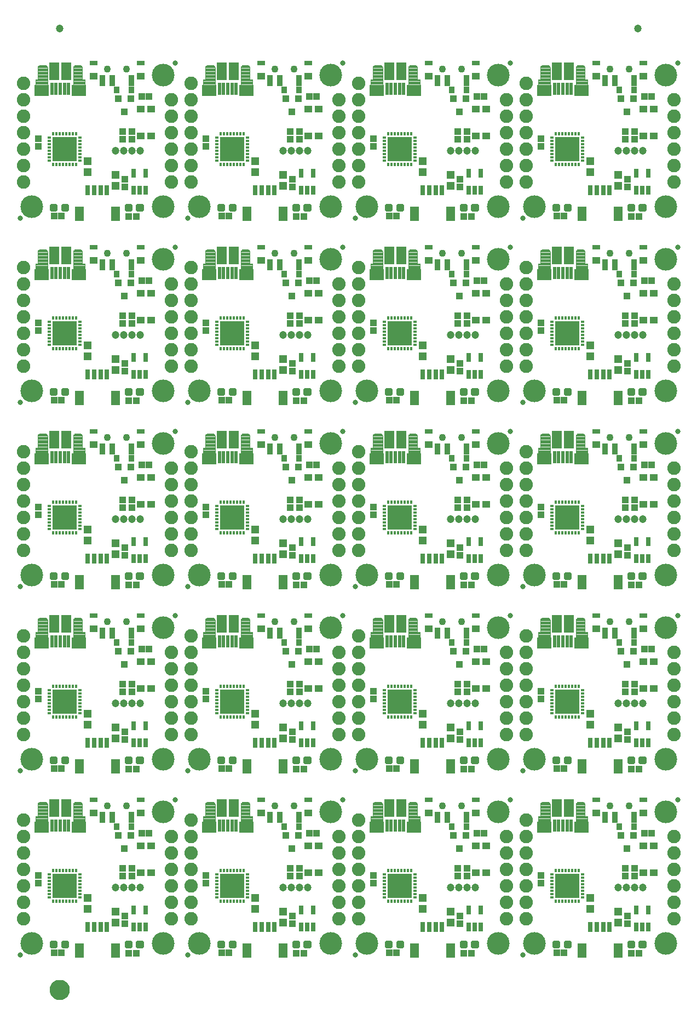
<source format=gts>
G75*
%MOIN*%
%OFA0B0*%
%FSLAX25Y25*%
%IPPOS*%
%LPD*%
%AMOC8*
5,1,8,0,0,1.08239X$1,22.5*
%
%ADD10R,0.05524X0.08674*%
%ADD11R,0.03162X0.06115*%
%ADD12R,0.02375X0.07690*%
%ADD13R,0.08674X0.06548*%
%ADD14R,0.06410X0.10643*%
%ADD15C,0.00400*%
%ADD16C,0.08200*%
%ADD17C,0.13800*%
%ADD18C,0.01990*%
%ADD19R,0.02965X0.05524*%
%ADD20R,0.04146X0.04343*%
%ADD21R,0.03556X0.06706*%
%ADD22R,0.04737X0.03162*%
%ADD23R,0.04737X0.03950*%
%ADD24C,0.04343*%
%ADD25R,0.04343X0.04146*%
%ADD26R,0.04737X0.05131*%
%ADD27C,0.03300*%
%ADD28R,0.04737X0.04343*%
%ADD29C,0.04737*%
%ADD30R,0.03280X0.04068*%
%ADD31R,0.03950X0.04343*%
%ADD32R,0.01784X0.02375*%
%ADD33R,0.02375X0.01784*%
%ADD34R,0.14973X0.14973*%
%ADD35C,0.05000*%
%ADD36C,0.06706*%
D10*
X0067476Y0044281D03*
X0089524Y0044281D03*
X0169476Y0044281D03*
X0191524Y0044281D03*
X0271476Y0044281D03*
X0293524Y0044281D03*
X0373476Y0044281D03*
X0395524Y0044281D03*
X0395524Y0156281D03*
X0373476Y0156281D03*
X0293524Y0156281D03*
X0271476Y0156281D03*
X0191524Y0156281D03*
X0169476Y0156281D03*
X0089524Y0156281D03*
X0067476Y0156281D03*
X0067476Y0268281D03*
X0089524Y0268281D03*
X0169476Y0268281D03*
X0191524Y0268281D03*
X0271476Y0268281D03*
X0293524Y0268281D03*
X0373476Y0268281D03*
X0395524Y0268281D03*
X0395524Y0380281D03*
X0373476Y0380281D03*
X0373476Y0492281D03*
X0395524Y0492281D03*
X0293524Y0492281D03*
X0271476Y0492281D03*
X0271476Y0380281D03*
X0293524Y0380281D03*
X0191524Y0380281D03*
X0169476Y0380281D03*
X0169476Y0492281D03*
X0191524Y0492281D03*
X0089524Y0492281D03*
X0067476Y0492281D03*
X0067476Y0380281D03*
X0089524Y0380281D03*
D11*
X0084406Y0394750D03*
X0080469Y0394750D03*
X0076531Y0394750D03*
X0072594Y0394750D03*
X0072594Y0282750D03*
X0076531Y0282750D03*
X0080469Y0282750D03*
X0084406Y0282750D03*
X0084406Y0170750D03*
X0080469Y0170750D03*
X0076531Y0170750D03*
X0072594Y0170750D03*
X0072594Y0058750D03*
X0076531Y0058750D03*
X0080469Y0058750D03*
X0084406Y0058750D03*
X0174594Y0058750D03*
X0178531Y0058750D03*
X0182469Y0058750D03*
X0186406Y0058750D03*
X0186406Y0170750D03*
X0182469Y0170750D03*
X0178531Y0170750D03*
X0174594Y0170750D03*
X0174594Y0282750D03*
X0178531Y0282750D03*
X0182469Y0282750D03*
X0186406Y0282750D03*
X0186406Y0394750D03*
X0182469Y0394750D03*
X0178531Y0394750D03*
X0174594Y0394750D03*
X0174594Y0506750D03*
X0178531Y0506750D03*
X0182469Y0506750D03*
X0186406Y0506750D03*
X0276594Y0506750D03*
X0280531Y0506750D03*
X0284469Y0506750D03*
X0288406Y0506750D03*
X0288406Y0394750D03*
X0284469Y0394750D03*
X0280531Y0394750D03*
X0276594Y0394750D03*
X0276594Y0282750D03*
X0280531Y0282750D03*
X0284469Y0282750D03*
X0288406Y0282750D03*
X0288406Y0170750D03*
X0284469Y0170750D03*
X0280531Y0170750D03*
X0276594Y0170750D03*
X0276594Y0058750D03*
X0280531Y0058750D03*
X0284469Y0058750D03*
X0288406Y0058750D03*
X0378594Y0058750D03*
X0382531Y0058750D03*
X0386469Y0058750D03*
X0390406Y0058750D03*
X0390406Y0170750D03*
X0386469Y0170750D03*
X0382531Y0170750D03*
X0378594Y0170750D03*
X0378594Y0282750D03*
X0382531Y0282750D03*
X0386469Y0282750D03*
X0390406Y0282750D03*
X0390406Y0394750D03*
X0386469Y0394750D03*
X0382531Y0394750D03*
X0378594Y0394750D03*
X0378594Y0506750D03*
X0382531Y0506750D03*
X0386469Y0506750D03*
X0390406Y0506750D03*
X0084406Y0506750D03*
X0080469Y0506750D03*
X0076531Y0506750D03*
X0072594Y0506750D03*
D12*
X0061118Y0456250D03*
X0058559Y0456250D03*
X0056000Y0456250D03*
X0053441Y0456250D03*
X0050882Y0456250D03*
X0050882Y0344250D03*
X0053441Y0344250D03*
X0056000Y0344250D03*
X0058559Y0344250D03*
X0061118Y0344250D03*
X0061118Y0232250D03*
X0058559Y0232250D03*
X0056000Y0232250D03*
X0053441Y0232250D03*
X0050882Y0232250D03*
X0050882Y0120250D03*
X0053441Y0120250D03*
X0056000Y0120250D03*
X0058559Y0120250D03*
X0061118Y0120250D03*
X0152882Y0120250D03*
X0155441Y0120250D03*
X0158000Y0120250D03*
X0160559Y0120250D03*
X0163118Y0120250D03*
X0163118Y0232250D03*
X0160559Y0232250D03*
X0158000Y0232250D03*
X0155441Y0232250D03*
X0152882Y0232250D03*
X0152882Y0344250D03*
X0155441Y0344250D03*
X0158000Y0344250D03*
X0160559Y0344250D03*
X0163118Y0344250D03*
X0163118Y0456250D03*
X0160559Y0456250D03*
X0158000Y0456250D03*
X0155441Y0456250D03*
X0152882Y0456250D03*
X0152882Y0568250D03*
X0155441Y0568250D03*
X0158000Y0568250D03*
X0160559Y0568250D03*
X0163118Y0568250D03*
X0254882Y0568250D03*
X0257441Y0568250D03*
X0260000Y0568250D03*
X0262559Y0568250D03*
X0265118Y0568250D03*
X0265118Y0456250D03*
X0262559Y0456250D03*
X0260000Y0456250D03*
X0257441Y0456250D03*
X0254882Y0456250D03*
X0254882Y0344250D03*
X0257441Y0344250D03*
X0260000Y0344250D03*
X0262559Y0344250D03*
X0265118Y0344250D03*
X0265118Y0232250D03*
X0262559Y0232250D03*
X0260000Y0232250D03*
X0257441Y0232250D03*
X0254882Y0232250D03*
X0254882Y0120250D03*
X0257441Y0120250D03*
X0260000Y0120250D03*
X0262559Y0120250D03*
X0265118Y0120250D03*
X0356882Y0120250D03*
X0359441Y0120250D03*
X0362000Y0120250D03*
X0364559Y0120250D03*
X0367118Y0120250D03*
X0367118Y0232250D03*
X0364559Y0232250D03*
X0362000Y0232250D03*
X0359441Y0232250D03*
X0356882Y0232250D03*
X0356882Y0344250D03*
X0359441Y0344250D03*
X0362000Y0344250D03*
X0364559Y0344250D03*
X0367118Y0344250D03*
X0367118Y0456250D03*
X0364559Y0456250D03*
X0362000Y0456250D03*
X0359441Y0456250D03*
X0356882Y0456250D03*
X0356882Y0568250D03*
X0359441Y0568250D03*
X0362000Y0568250D03*
X0364559Y0568250D03*
X0367118Y0568250D03*
X0061118Y0568250D03*
X0058559Y0568250D03*
X0056000Y0568250D03*
X0053441Y0568250D03*
X0050882Y0568250D03*
D13*
X0044583Y0567167D03*
X0067417Y0567167D03*
X0146583Y0567167D03*
X0169417Y0567167D03*
X0248583Y0567167D03*
X0271417Y0567167D03*
X0350583Y0567167D03*
X0373417Y0567167D03*
X0373417Y0455167D03*
X0350583Y0455167D03*
X0271417Y0455167D03*
X0248583Y0455167D03*
X0169417Y0455167D03*
X0146583Y0455167D03*
X0067417Y0455167D03*
X0044583Y0455167D03*
X0044583Y0343167D03*
X0067417Y0343167D03*
X0146583Y0343167D03*
X0169417Y0343167D03*
X0248583Y0343167D03*
X0271417Y0343167D03*
X0350583Y0343167D03*
X0373417Y0343167D03*
X0373417Y0231167D03*
X0350583Y0231167D03*
X0271417Y0231167D03*
X0248583Y0231167D03*
X0169417Y0231167D03*
X0146583Y0231167D03*
X0067417Y0231167D03*
X0044583Y0231167D03*
X0044583Y0119167D03*
X0067417Y0119167D03*
X0146583Y0119167D03*
X0169417Y0119167D03*
X0248583Y0119167D03*
X0271417Y0119167D03*
X0350583Y0119167D03*
X0373417Y0119167D03*
D14*
X0365789Y0130781D03*
X0358211Y0130781D03*
X0358211Y0242781D03*
X0365789Y0242781D03*
X0365789Y0354781D03*
X0358211Y0354781D03*
X0358211Y0466781D03*
X0365789Y0466781D03*
X0365789Y0578781D03*
X0358211Y0578781D03*
X0263789Y0578781D03*
X0256211Y0578781D03*
X0256211Y0466781D03*
X0263789Y0466781D03*
X0263789Y0354781D03*
X0256211Y0354781D03*
X0256211Y0242781D03*
X0263789Y0242781D03*
X0263789Y0130781D03*
X0256211Y0130781D03*
X0161789Y0130781D03*
X0154211Y0130781D03*
X0154211Y0242781D03*
X0161789Y0242781D03*
X0161789Y0354781D03*
X0154211Y0354781D03*
X0154211Y0466781D03*
X0161789Y0466781D03*
X0161789Y0578781D03*
X0154211Y0578781D03*
X0059789Y0578781D03*
X0052211Y0578781D03*
X0052211Y0466781D03*
X0059789Y0466781D03*
X0059789Y0354781D03*
X0052211Y0354781D03*
X0052211Y0242781D03*
X0059789Y0242781D03*
X0059789Y0130781D03*
X0052211Y0130781D03*
D15*
X0048126Y0130806D02*
X0042220Y0130806D01*
X0042220Y0130408D02*
X0048126Y0130408D01*
X0048126Y0130009D02*
X0042220Y0130009D01*
X0042220Y0129611D02*
X0048126Y0129611D01*
X0048126Y0129212D02*
X0042220Y0129212D01*
X0042220Y0128814D02*
X0048126Y0128814D01*
X0048126Y0128415D02*
X0042220Y0128415D01*
X0042220Y0128017D02*
X0048126Y0128017D01*
X0048126Y0127618D02*
X0042220Y0127618D01*
X0042220Y0127220D02*
X0048126Y0127220D01*
X0048126Y0126821D02*
X0042220Y0126821D01*
X0042220Y0126422D02*
X0048126Y0126422D01*
X0048126Y0126024D02*
X0042220Y0126024D01*
X0042220Y0125860D02*
X0042220Y0133341D01*
X0042299Y0133642D01*
X0042442Y0133919D01*
X0042644Y0134157D01*
X0042893Y0134344D01*
X0043178Y0134471D01*
X0043484Y0134531D01*
X0043795Y0134522D01*
X0046945Y0134522D01*
X0047208Y0134492D01*
X0047457Y0134405D01*
X0047681Y0134264D01*
X0047868Y0134077D01*
X0048009Y0133853D01*
X0048096Y0133603D01*
X0048126Y0133341D01*
X0048126Y0122711D01*
X0041039Y0122711D01*
X0041039Y0125860D01*
X0042220Y0125860D01*
X0041039Y0125625D02*
X0048126Y0125625D01*
X0048126Y0125227D02*
X0041039Y0125227D01*
X0041039Y0124828D02*
X0048126Y0124828D01*
X0048126Y0124430D02*
X0041039Y0124430D01*
X0041039Y0124031D02*
X0048126Y0124031D01*
X0048126Y0123633D02*
X0041039Y0123633D01*
X0041039Y0123234D02*
X0048126Y0123234D01*
X0048126Y0122836D02*
X0041039Y0122836D01*
X0042220Y0131205D02*
X0048126Y0131205D01*
X0048126Y0131603D02*
X0042220Y0131603D01*
X0042220Y0132002D02*
X0048126Y0132002D01*
X0048126Y0132400D02*
X0042220Y0132400D01*
X0042220Y0132799D02*
X0048126Y0132799D01*
X0048126Y0133197D02*
X0042220Y0133197D01*
X0042287Y0133596D02*
X0048097Y0133596D01*
X0047920Y0133994D02*
X0042506Y0133994D01*
X0043003Y0134393D02*
X0047476Y0134393D01*
X0063865Y0133258D02*
X0063874Y0132947D01*
X0063874Y0122711D01*
X0070961Y0122711D01*
X0070961Y0125860D01*
X0069386Y0125860D01*
X0069386Y0132947D01*
X0069346Y0133297D01*
X0069230Y0133630D01*
X0069042Y0133929D01*
X0068793Y0134178D01*
X0068494Y0134366D01*
X0068161Y0134482D01*
X0067811Y0134522D01*
X0065055Y0134522D01*
X0064753Y0134443D01*
X0064477Y0134300D01*
X0064239Y0134098D01*
X0064052Y0133849D01*
X0063925Y0133564D01*
X0063865Y0133258D01*
X0063867Y0133197D02*
X0069358Y0133197D01*
X0069386Y0132799D02*
X0063874Y0132799D01*
X0063874Y0132400D02*
X0069386Y0132400D01*
X0069386Y0132002D02*
X0063874Y0132002D01*
X0063874Y0131603D02*
X0069386Y0131603D01*
X0069386Y0131205D02*
X0063874Y0131205D01*
X0063874Y0130806D02*
X0069386Y0130806D01*
X0069386Y0130408D02*
X0063874Y0130408D01*
X0063874Y0130009D02*
X0069386Y0130009D01*
X0069386Y0129611D02*
X0063874Y0129611D01*
X0063874Y0129212D02*
X0069386Y0129212D01*
X0069386Y0128814D02*
X0063874Y0128814D01*
X0063874Y0128415D02*
X0069386Y0128415D01*
X0069386Y0128017D02*
X0063874Y0128017D01*
X0063874Y0127618D02*
X0069386Y0127618D01*
X0069386Y0127220D02*
X0063874Y0127220D01*
X0063874Y0126821D02*
X0069386Y0126821D01*
X0069386Y0126422D02*
X0063874Y0126422D01*
X0063874Y0126024D02*
X0069386Y0126024D01*
X0070961Y0125625D02*
X0063874Y0125625D01*
X0063874Y0125227D02*
X0070961Y0125227D01*
X0070961Y0124828D02*
X0063874Y0124828D01*
X0063874Y0124430D02*
X0070961Y0124430D01*
X0070961Y0124031D02*
X0063874Y0124031D01*
X0063874Y0123633D02*
X0070961Y0123633D01*
X0070961Y0123234D02*
X0063874Y0123234D01*
X0063874Y0122836D02*
X0070961Y0122836D01*
X0069242Y0133596D02*
X0063939Y0133596D01*
X0064161Y0133994D02*
X0068977Y0133994D01*
X0068417Y0134393D02*
X0064656Y0134393D01*
X0063874Y0234711D02*
X0063874Y0244947D01*
X0063865Y0245258D01*
X0063925Y0245564D01*
X0064052Y0245849D01*
X0064239Y0246098D01*
X0064477Y0246300D01*
X0064753Y0246443D01*
X0065055Y0246522D01*
X0067811Y0246522D01*
X0068161Y0246482D01*
X0068494Y0246366D01*
X0068793Y0246178D01*
X0069042Y0245929D01*
X0069230Y0245630D01*
X0069346Y0245297D01*
X0069386Y0244947D01*
X0069386Y0237860D01*
X0070961Y0237860D01*
X0070961Y0234711D01*
X0063874Y0234711D01*
X0063874Y0234818D02*
X0070961Y0234818D01*
X0070961Y0235216D02*
X0063874Y0235216D01*
X0063874Y0235615D02*
X0070961Y0235615D01*
X0070961Y0236013D02*
X0063874Y0236013D01*
X0063874Y0236412D02*
X0070961Y0236412D01*
X0070961Y0236810D02*
X0063874Y0236810D01*
X0063874Y0237209D02*
X0070961Y0237209D01*
X0070961Y0237607D02*
X0063874Y0237607D01*
X0063874Y0238006D02*
X0069386Y0238006D01*
X0069386Y0238404D02*
X0063874Y0238404D01*
X0063874Y0238803D02*
X0069386Y0238803D01*
X0069386Y0239201D02*
X0063874Y0239201D01*
X0063874Y0239600D02*
X0069386Y0239600D01*
X0069386Y0239998D02*
X0063874Y0239998D01*
X0063874Y0240397D02*
X0069386Y0240397D01*
X0069386Y0240795D02*
X0063874Y0240795D01*
X0063874Y0241194D02*
X0069386Y0241194D01*
X0069386Y0241592D02*
X0063874Y0241592D01*
X0063874Y0241991D02*
X0069386Y0241991D01*
X0069386Y0242389D02*
X0063874Y0242389D01*
X0063874Y0242788D02*
X0069386Y0242788D01*
X0069386Y0243186D02*
X0063874Y0243186D01*
X0063874Y0243585D02*
X0069386Y0243585D01*
X0069386Y0243983D02*
X0063874Y0243983D01*
X0063874Y0244382D02*
X0069386Y0244382D01*
X0069386Y0244780D02*
X0063874Y0244780D01*
X0063867Y0245179D02*
X0069360Y0245179D01*
X0069248Y0245577D02*
X0063931Y0245577D01*
X0064147Y0245976D02*
X0068995Y0245976D01*
X0068469Y0246374D02*
X0064621Y0246374D01*
X0048126Y0245341D02*
X0048126Y0234711D01*
X0041039Y0234711D01*
X0041039Y0237860D01*
X0042220Y0237860D01*
X0042220Y0245341D01*
X0042299Y0245642D01*
X0042442Y0245919D01*
X0042644Y0246157D01*
X0042893Y0246344D01*
X0043178Y0246471D01*
X0043484Y0246531D01*
X0043795Y0246522D01*
X0046945Y0246522D01*
X0047208Y0246492D01*
X0047457Y0246405D01*
X0047681Y0246264D01*
X0047868Y0246077D01*
X0048009Y0245853D01*
X0048096Y0245603D01*
X0048126Y0245341D01*
X0048126Y0245179D02*
X0042220Y0245179D01*
X0042220Y0244780D02*
X0048126Y0244780D01*
X0048126Y0244382D02*
X0042220Y0244382D01*
X0042220Y0243983D02*
X0048126Y0243983D01*
X0048126Y0243585D02*
X0042220Y0243585D01*
X0042220Y0243186D02*
X0048126Y0243186D01*
X0048126Y0242788D02*
X0042220Y0242788D01*
X0042220Y0242389D02*
X0048126Y0242389D01*
X0048126Y0241991D02*
X0042220Y0241991D01*
X0042220Y0241592D02*
X0048126Y0241592D01*
X0048126Y0241194D02*
X0042220Y0241194D01*
X0042220Y0240795D02*
X0048126Y0240795D01*
X0048126Y0240397D02*
X0042220Y0240397D01*
X0042220Y0239998D02*
X0048126Y0239998D01*
X0048126Y0239600D02*
X0042220Y0239600D01*
X0042220Y0239201D02*
X0048126Y0239201D01*
X0048126Y0238803D02*
X0042220Y0238803D01*
X0042220Y0238404D02*
X0048126Y0238404D01*
X0048126Y0238006D02*
X0042220Y0238006D01*
X0041039Y0237607D02*
X0048126Y0237607D01*
X0048126Y0237209D02*
X0041039Y0237209D01*
X0041039Y0236810D02*
X0048126Y0236810D01*
X0048126Y0236412D02*
X0041039Y0236412D01*
X0041039Y0236013D02*
X0048126Y0236013D01*
X0048126Y0235615D02*
X0041039Y0235615D01*
X0041039Y0235216D02*
X0048126Y0235216D01*
X0048126Y0234818D02*
X0041039Y0234818D01*
X0042282Y0245577D02*
X0048099Y0245577D01*
X0047932Y0245976D02*
X0042491Y0245976D01*
X0042962Y0246374D02*
X0047506Y0246374D01*
X0048126Y0346711D02*
X0041039Y0346711D01*
X0041039Y0349860D01*
X0042220Y0349860D01*
X0042220Y0357341D01*
X0042299Y0357642D01*
X0042442Y0357919D01*
X0042644Y0358157D01*
X0042893Y0358344D01*
X0043178Y0358471D01*
X0043484Y0358531D01*
X0043795Y0358522D01*
X0046945Y0358522D01*
X0047208Y0358492D01*
X0047457Y0358405D01*
X0047681Y0358264D01*
X0047868Y0358077D01*
X0048009Y0357853D01*
X0048096Y0357603D01*
X0048126Y0357341D01*
X0048126Y0346711D01*
X0048126Y0346799D02*
X0041039Y0346799D01*
X0041039Y0347198D02*
X0048126Y0347198D01*
X0048126Y0347596D02*
X0041039Y0347596D01*
X0041039Y0347995D02*
X0048126Y0347995D01*
X0048126Y0348393D02*
X0041039Y0348393D01*
X0041039Y0348792D02*
X0048126Y0348792D01*
X0048126Y0349190D02*
X0041039Y0349190D01*
X0041039Y0349589D02*
X0048126Y0349589D01*
X0048126Y0349987D02*
X0042220Y0349987D01*
X0042220Y0350386D02*
X0048126Y0350386D01*
X0048126Y0350784D02*
X0042220Y0350784D01*
X0042220Y0351183D02*
X0048126Y0351183D01*
X0048126Y0351581D02*
X0042220Y0351581D01*
X0042220Y0351980D02*
X0048126Y0351980D01*
X0048126Y0352378D02*
X0042220Y0352378D01*
X0042220Y0352777D02*
X0048126Y0352777D01*
X0048126Y0353175D02*
X0042220Y0353175D01*
X0042220Y0353574D02*
X0048126Y0353574D01*
X0048126Y0353972D02*
X0042220Y0353972D01*
X0042220Y0354371D02*
X0048126Y0354371D01*
X0048126Y0354769D02*
X0042220Y0354769D01*
X0042220Y0355168D02*
X0048126Y0355168D01*
X0048126Y0355566D02*
X0042220Y0355566D01*
X0042220Y0355965D02*
X0048126Y0355965D01*
X0048126Y0356364D02*
X0042220Y0356364D01*
X0042220Y0356762D02*
X0048126Y0356762D01*
X0048126Y0357161D02*
X0042220Y0357161D01*
X0042277Y0357559D02*
X0048101Y0357559D01*
X0047943Y0357958D02*
X0042475Y0357958D01*
X0042921Y0358356D02*
X0047535Y0358356D01*
X0063865Y0357258D02*
X0063925Y0357564D01*
X0064052Y0357849D01*
X0064239Y0358098D01*
X0064477Y0358300D01*
X0064753Y0358443D01*
X0065055Y0358522D01*
X0067811Y0358522D01*
X0068161Y0358482D01*
X0068494Y0358366D01*
X0068793Y0358178D01*
X0069042Y0357929D01*
X0069230Y0357630D01*
X0069346Y0357297D01*
X0069386Y0356947D01*
X0069386Y0349860D01*
X0070961Y0349860D01*
X0070961Y0346711D01*
X0063874Y0346711D01*
X0063874Y0356947D01*
X0063865Y0357258D01*
X0063868Y0357161D02*
X0069362Y0357161D01*
X0069386Y0356762D02*
X0063874Y0356762D01*
X0063874Y0356364D02*
X0069386Y0356364D01*
X0069386Y0355965D02*
X0063874Y0355965D01*
X0063874Y0355566D02*
X0069386Y0355566D01*
X0069386Y0355168D02*
X0063874Y0355168D01*
X0063874Y0354769D02*
X0069386Y0354769D01*
X0069386Y0354371D02*
X0063874Y0354371D01*
X0063874Y0353972D02*
X0069386Y0353972D01*
X0069386Y0353574D02*
X0063874Y0353574D01*
X0063874Y0353175D02*
X0069386Y0353175D01*
X0069386Y0352777D02*
X0063874Y0352777D01*
X0063874Y0352378D02*
X0069386Y0352378D01*
X0069386Y0351980D02*
X0063874Y0351980D01*
X0063874Y0351581D02*
X0069386Y0351581D01*
X0069386Y0351183D02*
X0063874Y0351183D01*
X0063874Y0350784D02*
X0069386Y0350784D01*
X0069386Y0350386D02*
X0063874Y0350386D01*
X0063874Y0349987D02*
X0069386Y0349987D01*
X0070961Y0349589D02*
X0063874Y0349589D01*
X0063874Y0349190D02*
X0070961Y0349190D01*
X0070961Y0348792D02*
X0063874Y0348792D01*
X0063874Y0348393D02*
X0070961Y0348393D01*
X0070961Y0347995D02*
X0063874Y0347995D01*
X0063874Y0347596D02*
X0070961Y0347596D01*
X0070961Y0347198D02*
X0063874Y0347198D01*
X0063874Y0346799D02*
X0070961Y0346799D01*
X0069255Y0357559D02*
X0063924Y0357559D01*
X0064133Y0357958D02*
X0069013Y0357958D01*
X0068510Y0358356D02*
X0064585Y0358356D01*
X0063874Y0458711D02*
X0063874Y0468947D01*
X0063865Y0469258D01*
X0063925Y0469564D01*
X0064052Y0469849D01*
X0064239Y0470098D01*
X0064477Y0470300D01*
X0064753Y0470443D01*
X0065055Y0470522D01*
X0067811Y0470522D01*
X0068161Y0470482D01*
X0068494Y0470366D01*
X0068793Y0470178D01*
X0069042Y0469929D01*
X0069230Y0469630D01*
X0069346Y0469297D01*
X0069386Y0468947D01*
X0069386Y0461860D01*
X0070961Y0461860D01*
X0070961Y0458711D01*
X0063874Y0458711D01*
X0063874Y0458781D02*
X0070961Y0458781D01*
X0070961Y0459179D02*
X0063874Y0459179D01*
X0063874Y0459578D02*
X0070961Y0459578D01*
X0070961Y0459976D02*
X0063874Y0459976D01*
X0063874Y0460375D02*
X0070961Y0460375D01*
X0070961Y0460773D02*
X0063874Y0460773D01*
X0063874Y0461172D02*
X0070961Y0461172D01*
X0070961Y0461571D02*
X0063874Y0461571D01*
X0063874Y0461969D02*
X0069386Y0461969D01*
X0069386Y0462368D02*
X0063874Y0462368D01*
X0063874Y0462766D02*
X0069386Y0462766D01*
X0069386Y0463165D02*
X0063874Y0463165D01*
X0063874Y0463563D02*
X0069386Y0463563D01*
X0069386Y0463962D02*
X0063874Y0463962D01*
X0063874Y0464360D02*
X0069386Y0464360D01*
X0069386Y0464759D02*
X0063874Y0464759D01*
X0063874Y0465157D02*
X0069386Y0465157D01*
X0069386Y0465556D02*
X0063874Y0465556D01*
X0063874Y0465954D02*
X0069386Y0465954D01*
X0069386Y0466353D02*
X0063874Y0466353D01*
X0063874Y0466751D02*
X0069386Y0466751D01*
X0069386Y0467150D02*
X0063874Y0467150D01*
X0063874Y0467548D02*
X0069386Y0467548D01*
X0069386Y0467947D02*
X0063874Y0467947D01*
X0063874Y0468345D02*
X0069386Y0468345D01*
X0069386Y0468744D02*
X0063874Y0468744D01*
X0063868Y0469142D02*
X0069364Y0469142D01*
X0069261Y0469541D02*
X0063920Y0469541D01*
X0064120Y0469939D02*
X0069032Y0469939D01*
X0068539Y0470338D02*
X0064550Y0470338D01*
X0048126Y0469341D02*
X0048126Y0458711D01*
X0041039Y0458711D01*
X0041039Y0461860D01*
X0042220Y0461860D01*
X0042220Y0469341D01*
X0042299Y0469642D01*
X0042442Y0469919D01*
X0042644Y0470157D01*
X0042893Y0470344D01*
X0043178Y0470471D01*
X0043484Y0470531D01*
X0043795Y0470522D01*
X0046945Y0470522D01*
X0047208Y0470492D01*
X0047457Y0470405D01*
X0047681Y0470264D01*
X0047868Y0470077D01*
X0048009Y0469853D01*
X0048096Y0469603D01*
X0048126Y0469341D01*
X0048126Y0469142D02*
X0042220Y0469142D01*
X0042220Y0468744D02*
X0048126Y0468744D01*
X0048126Y0468345D02*
X0042220Y0468345D01*
X0042220Y0467947D02*
X0048126Y0467947D01*
X0048126Y0467548D02*
X0042220Y0467548D01*
X0042220Y0467150D02*
X0048126Y0467150D01*
X0048126Y0466751D02*
X0042220Y0466751D01*
X0042220Y0466353D02*
X0048126Y0466353D01*
X0048126Y0465954D02*
X0042220Y0465954D01*
X0042220Y0465556D02*
X0048126Y0465556D01*
X0048126Y0465157D02*
X0042220Y0465157D01*
X0042220Y0464759D02*
X0048126Y0464759D01*
X0048126Y0464360D02*
X0042220Y0464360D01*
X0042220Y0463962D02*
X0048126Y0463962D01*
X0048126Y0463563D02*
X0042220Y0463563D01*
X0042220Y0463165D02*
X0048126Y0463165D01*
X0048126Y0462766D02*
X0042220Y0462766D01*
X0042220Y0462368D02*
X0048126Y0462368D01*
X0048126Y0461969D02*
X0042220Y0461969D01*
X0041039Y0461571D02*
X0048126Y0461571D01*
X0048126Y0461172D02*
X0041039Y0461172D01*
X0041039Y0460773D02*
X0048126Y0460773D01*
X0048126Y0460375D02*
X0041039Y0460375D01*
X0041039Y0459976D02*
X0048126Y0459976D01*
X0048126Y0459578D02*
X0041039Y0459578D01*
X0041039Y0459179D02*
X0048126Y0459179D01*
X0048126Y0458781D02*
X0041039Y0458781D01*
X0042272Y0469541D02*
X0048103Y0469541D01*
X0047955Y0469939D02*
X0042460Y0469939D01*
X0042885Y0470338D02*
X0047564Y0470338D01*
X0048126Y0570711D02*
X0041039Y0570711D01*
X0041039Y0573860D01*
X0042220Y0573860D01*
X0042220Y0581341D01*
X0042299Y0581642D01*
X0042442Y0581919D01*
X0042644Y0582157D01*
X0042893Y0582344D01*
X0043178Y0582471D01*
X0043484Y0582531D01*
X0043795Y0582522D01*
X0046945Y0582522D01*
X0047208Y0582492D01*
X0047457Y0582405D01*
X0047681Y0582264D01*
X0047868Y0582077D01*
X0048009Y0581853D01*
X0048096Y0581603D01*
X0048126Y0581341D01*
X0048126Y0570711D01*
X0048126Y0570763D02*
X0041039Y0570763D01*
X0041039Y0571161D02*
X0048126Y0571161D01*
X0048126Y0571560D02*
X0041039Y0571560D01*
X0041039Y0571958D02*
X0048126Y0571958D01*
X0048126Y0572357D02*
X0041039Y0572357D01*
X0041039Y0572755D02*
X0048126Y0572755D01*
X0048126Y0573154D02*
X0041039Y0573154D01*
X0041039Y0573552D02*
X0048126Y0573552D01*
X0048126Y0573951D02*
X0042220Y0573951D01*
X0042220Y0574349D02*
X0048126Y0574349D01*
X0048126Y0574748D02*
X0042220Y0574748D01*
X0042220Y0575146D02*
X0048126Y0575146D01*
X0048126Y0575545D02*
X0042220Y0575545D01*
X0042220Y0575943D02*
X0048126Y0575943D01*
X0048126Y0576342D02*
X0042220Y0576342D01*
X0042220Y0576740D02*
X0048126Y0576740D01*
X0048126Y0577139D02*
X0042220Y0577139D01*
X0042220Y0577537D02*
X0048126Y0577537D01*
X0048126Y0577936D02*
X0042220Y0577936D01*
X0042220Y0578334D02*
X0048126Y0578334D01*
X0048126Y0578733D02*
X0042220Y0578733D01*
X0042220Y0579131D02*
X0048126Y0579131D01*
X0048126Y0579530D02*
X0042220Y0579530D01*
X0042220Y0579928D02*
X0048126Y0579928D01*
X0048126Y0580327D02*
X0042220Y0580327D01*
X0042220Y0580725D02*
X0048126Y0580725D01*
X0048126Y0581124D02*
X0042220Y0581124D01*
X0042268Y0581522D02*
X0048105Y0581522D01*
X0047966Y0581921D02*
X0042444Y0581921D01*
X0042861Y0582319D02*
X0047593Y0582319D01*
X0063865Y0581258D02*
X0063925Y0581564D01*
X0064052Y0581849D01*
X0064239Y0582098D01*
X0064477Y0582300D01*
X0064753Y0582443D01*
X0065055Y0582522D01*
X0067811Y0582522D01*
X0068161Y0582482D01*
X0068494Y0582366D01*
X0068793Y0582178D01*
X0069042Y0581929D01*
X0069230Y0581630D01*
X0069346Y0581297D01*
X0069386Y0580947D01*
X0069386Y0573860D01*
X0070961Y0573860D01*
X0070961Y0570711D01*
X0063874Y0570711D01*
X0063874Y0580947D01*
X0063865Y0581258D01*
X0063869Y0581124D02*
X0069366Y0581124D01*
X0069386Y0580725D02*
X0063874Y0580725D01*
X0063874Y0580327D02*
X0069386Y0580327D01*
X0069386Y0579928D02*
X0063874Y0579928D01*
X0063874Y0579530D02*
X0069386Y0579530D01*
X0069386Y0579131D02*
X0063874Y0579131D01*
X0063874Y0578733D02*
X0069386Y0578733D01*
X0069386Y0578334D02*
X0063874Y0578334D01*
X0063874Y0577936D02*
X0069386Y0577936D01*
X0069386Y0577537D02*
X0063874Y0577537D01*
X0063874Y0577139D02*
X0069386Y0577139D01*
X0069386Y0576740D02*
X0063874Y0576740D01*
X0063874Y0576342D02*
X0069386Y0576342D01*
X0069386Y0575943D02*
X0063874Y0575943D01*
X0063874Y0575545D02*
X0069386Y0575545D01*
X0069386Y0575146D02*
X0063874Y0575146D01*
X0063874Y0574748D02*
X0069386Y0574748D01*
X0069386Y0574349D02*
X0063874Y0574349D01*
X0063874Y0573951D02*
X0069386Y0573951D01*
X0070961Y0573552D02*
X0063874Y0573552D01*
X0063874Y0573154D02*
X0070961Y0573154D01*
X0070961Y0572755D02*
X0063874Y0572755D01*
X0063874Y0572357D02*
X0070961Y0572357D01*
X0070961Y0571958D02*
X0063874Y0571958D01*
X0063874Y0571560D02*
X0070961Y0571560D01*
X0070961Y0571161D02*
X0063874Y0571161D01*
X0063874Y0570763D02*
X0070961Y0570763D01*
X0069268Y0581522D02*
X0063917Y0581522D01*
X0064106Y0581921D02*
X0069047Y0581921D01*
X0068568Y0582319D02*
X0064515Y0582319D01*
X0143039Y0573860D02*
X0143039Y0570711D01*
X0150126Y0570711D01*
X0150126Y0581341D01*
X0150096Y0581603D01*
X0150009Y0581853D01*
X0149868Y0582077D01*
X0149681Y0582264D01*
X0149457Y0582405D01*
X0149208Y0582492D01*
X0148945Y0582522D01*
X0145795Y0582522D01*
X0145484Y0582531D01*
X0145178Y0582471D01*
X0144893Y0582344D01*
X0144644Y0582157D01*
X0144442Y0581919D01*
X0144299Y0581642D01*
X0144220Y0581341D01*
X0144220Y0573860D01*
X0143039Y0573860D01*
X0143039Y0573552D02*
X0150126Y0573552D01*
X0150126Y0573154D02*
X0143039Y0573154D01*
X0143039Y0572755D02*
X0150126Y0572755D01*
X0150126Y0572357D02*
X0143039Y0572357D01*
X0143039Y0571958D02*
X0150126Y0571958D01*
X0150126Y0571560D02*
X0143039Y0571560D01*
X0143039Y0571161D02*
X0150126Y0571161D01*
X0150126Y0570763D02*
X0143039Y0570763D01*
X0144220Y0573951D02*
X0150126Y0573951D01*
X0150126Y0574349D02*
X0144220Y0574349D01*
X0144220Y0574748D02*
X0150126Y0574748D01*
X0150126Y0575146D02*
X0144220Y0575146D01*
X0144220Y0575545D02*
X0150126Y0575545D01*
X0150126Y0575943D02*
X0144220Y0575943D01*
X0144220Y0576342D02*
X0150126Y0576342D01*
X0150126Y0576740D02*
X0144220Y0576740D01*
X0144220Y0577139D02*
X0150126Y0577139D01*
X0150126Y0577537D02*
X0144220Y0577537D01*
X0144220Y0577936D02*
X0150126Y0577936D01*
X0150126Y0578334D02*
X0144220Y0578334D01*
X0144220Y0578733D02*
X0150126Y0578733D01*
X0150126Y0579131D02*
X0144220Y0579131D01*
X0144220Y0579530D02*
X0150126Y0579530D01*
X0150126Y0579928D02*
X0144220Y0579928D01*
X0144220Y0580327D02*
X0150126Y0580327D01*
X0150126Y0580725D02*
X0144220Y0580725D01*
X0144220Y0581124D02*
X0150126Y0581124D01*
X0150105Y0581522D02*
X0144268Y0581522D01*
X0144444Y0581921D02*
X0149966Y0581921D01*
X0149593Y0582319D02*
X0144861Y0582319D01*
X0165865Y0581258D02*
X0165925Y0581564D01*
X0166052Y0581849D01*
X0166239Y0582098D01*
X0166477Y0582300D01*
X0166753Y0582443D01*
X0167055Y0582522D01*
X0169811Y0582522D01*
X0170161Y0582482D01*
X0170494Y0582366D01*
X0170793Y0582178D01*
X0171042Y0581929D01*
X0171230Y0581630D01*
X0171346Y0581297D01*
X0171386Y0580947D01*
X0171386Y0573860D01*
X0172961Y0573860D01*
X0172961Y0570711D01*
X0165874Y0570711D01*
X0165874Y0580947D01*
X0165865Y0581258D01*
X0165869Y0581124D02*
X0171366Y0581124D01*
X0171386Y0580725D02*
X0165874Y0580725D01*
X0165874Y0580327D02*
X0171386Y0580327D01*
X0171386Y0579928D02*
X0165874Y0579928D01*
X0165874Y0579530D02*
X0171386Y0579530D01*
X0171386Y0579131D02*
X0165874Y0579131D01*
X0165874Y0578733D02*
X0171386Y0578733D01*
X0171386Y0578334D02*
X0165874Y0578334D01*
X0165874Y0577936D02*
X0171386Y0577936D01*
X0171386Y0577537D02*
X0165874Y0577537D01*
X0165874Y0577139D02*
X0171386Y0577139D01*
X0171386Y0576740D02*
X0165874Y0576740D01*
X0165874Y0576342D02*
X0171386Y0576342D01*
X0171386Y0575943D02*
X0165874Y0575943D01*
X0165874Y0575545D02*
X0171386Y0575545D01*
X0171386Y0575146D02*
X0165874Y0575146D01*
X0165874Y0574748D02*
X0171386Y0574748D01*
X0171386Y0574349D02*
X0165874Y0574349D01*
X0165874Y0573951D02*
X0171386Y0573951D01*
X0172961Y0573552D02*
X0165874Y0573552D01*
X0165874Y0573154D02*
X0172961Y0573154D01*
X0172961Y0572755D02*
X0165874Y0572755D01*
X0165874Y0572357D02*
X0172961Y0572357D01*
X0172961Y0571958D02*
X0165874Y0571958D01*
X0165874Y0571560D02*
X0172961Y0571560D01*
X0172961Y0571161D02*
X0165874Y0571161D01*
X0165874Y0570763D02*
X0172961Y0570763D01*
X0171268Y0581522D02*
X0165917Y0581522D01*
X0166106Y0581921D02*
X0171047Y0581921D01*
X0170568Y0582319D02*
X0166515Y0582319D01*
X0245039Y0573860D02*
X0245039Y0570711D01*
X0252126Y0570711D01*
X0252126Y0581341D01*
X0252096Y0581603D01*
X0252009Y0581853D01*
X0251868Y0582077D01*
X0251681Y0582264D01*
X0251457Y0582405D01*
X0251208Y0582492D01*
X0250945Y0582522D01*
X0247795Y0582522D01*
X0247484Y0582531D01*
X0247178Y0582471D01*
X0246893Y0582344D01*
X0246644Y0582157D01*
X0246442Y0581919D01*
X0246299Y0581642D01*
X0246220Y0581341D01*
X0246220Y0573860D01*
X0245039Y0573860D01*
X0245039Y0573552D02*
X0252126Y0573552D01*
X0252126Y0573154D02*
X0245039Y0573154D01*
X0245039Y0572755D02*
X0252126Y0572755D01*
X0252126Y0572357D02*
X0245039Y0572357D01*
X0245039Y0571958D02*
X0252126Y0571958D01*
X0252126Y0571560D02*
X0245039Y0571560D01*
X0245039Y0571161D02*
X0252126Y0571161D01*
X0252126Y0570763D02*
X0245039Y0570763D01*
X0246220Y0573951D02*
X0252126Y0573951D01*
X0252126Y0574349D02*
X0246220Y0574349D01*
X0246220Y0574748D02*
X0252126Y0574748D01*
X0252126Y0575146D02*
X0246220Y0575146D01*
X0246220Y0575545D02*
X0252126Y0575545D01*
X0252126Y0575943D02*
X0246220Y0575943D01*
X0246220Y0576342D02*
X0252126Y0576342D01*
X0252126Y0576740D02*
X0246220Y0576740D01*
X0246220Y0577139D02*
X0252126Y0577139D01*
X0252126Y0577537D02*
X0246220Y0577537D01*
X0246220Y0577936D02*
X0252126Y0577936D01*
X0252126Y0578334D02*
X0246220Y0578334D01*
X0246220Y0578733D02*
X0252126Y0578733D01*
X0252126Y0579131D02*
X0246220Y0579131D01*
X0246220Y0579530D02*
X0252126Y0579530D01*
X0252126Y0579928D02*
X0246220Y0579928D01*
X0246220Y0580327D02*
X0252126Y0580327D01*
X0252126Y0580725D02*
X0246220Y0580725D01*
X0246220Y0581124D02*
X0252126Y0581124D01*
X0252105Y0581522D02*
X0246268Y0581522D01*
X0246444Y0581921D02*
X0251966Y0581921D01*
X0251593Y0582319D02*
X0246861Y0582319D01*
X0267865Y0581258D02*
X0267925Y0581564D01*
X0268052Y0581849D01*
X0268239Y0582098D01*
X0268477Y0582300D01*
X0268753Y0582443D01*
X0269055Y0582522D01*
X0271811Y0582522D01*
X0272161Y0582482D01*
X0272494Y0582366D01*
X0272793Y0582178D01*
X0273042Y0581929D01*
X0273230Y0581630D01*
X0273346Y0581297D01*
X0273386Y0580947D01*
X0273386Y0573860D01*
X0274961Y0573860D01*
X0274961Y0570711D01*
X0267874Y0570711D01*
X0267874Y0580947D01*
X0267865Y0581258D01*
X0267869Y0581124D02*
X0273366Y0581124D01*
X0273386Y0580725D02*
X0267874Y0580725D01*
X0267874Y0580327D02*
X0273386Y0580327D01*
X0273386Y0579928D02*
X0267874Y0579928D01*
X0267874Y0579530D02*
X0273386Y0579530D01*
X0273386Y0579131D02*
X0267874Y0579131D01*
X0267874Y0578733D02*
X0273386Y0578733D01*
X0273386Y0578334D02*
X0267874Y0578334D01*
X0267874Y0577936D02*
X0273386Y0577936D01*
X0273386Y0577537D02*
X0267874Y0577537D01*
X0267874Y0577139D02*
X0273386Y0577139D01*
X0273386Y0576740D02*
X0267874Y0576740D01*
X0267874Y0576342D02*
X0273386Y0576342D01*
X0273386Y0575943D02*
X0267874Y0575943D01*
X0267874Y0575545D02*
X0273386Y0575545D01*
X0273386Y0575146D02*
X0267874Y0575146D01*
X0267874Y0574748D02*
X0273386Y0574748D01*
X0273386Y0574349D02*
X0267874Y0574349D01*
X0267874Y0573951D02*
X0273386Y0573951D01*
X0274961Y0573552D02*
X0267874Y0573552D01*
X0267874Y0573154D02*
X0274961Y0573154D01*
X0274961Y0572755D02*
X0267874Y0572755D01*
X0267874Y0572357D02*
X0274961Y0572357D01*
X0274961Y0571958D02*
X0267874Y0571958D01*
X0267874Y0571560D02*
X0274961Y0571560D01*
X0274961Y0571161D02*
X0267874Y0571161D01*
X0267874Y0570763D02*
X0274961Y0570763D01*
X0273268Y0581522D02*
X0267917Y0581522D01*
X0268106Y0581921D02*
X0273047Y0581921D01*
X0272568Y0582319D02*
X0268515Y0582319D01*
X0347039Y0573860D02*
X0347039Y0570711D01*
X0354126Y0570711D01*
X0354126Y0581341D01*
X0354096Y0581603D01*
X0354009Y0581853D01*
X0353868Y0582077D01*
X0353681Y0582264D01*
X0353457Y0582405D01*
X0353208Y0582492D01*
X0352945Y0582522D01*
X0349795Y0582522D01*
X0349484Y0582531D01*
X0349178Y0582471D01*
X0348893Y0582344D01*
X0348644Y0582157D01*
X0348442Y0581919D01*
X0348299Y0581642D01*
X0348220Y0581341D01*
X0348220Y0573860D01*
X0347039Y0573860D01*
X0347039Y0573552D02*
X0354126Y0573552D01*
X0354126Y0573154D02*
X0347039Y0573154D01*
X0347039Y0572755D02*
X0354126Y0572755D01*
X0354126Y0572357D02*
X0347039Y0572357D01*
X0347039Y0571958D02*
X0354126Y0571958D01*
X0354126Y0571560D02*
X0347039Y0571560D01*
X0347039Y0571161D02*
X0354126Y0571161D01*
X0354126Y0570763D02*
X0347039Y0570763D01*
X0348220Y0573951D02*
X0354126Y0573951D01*
X0354126Y0574349D02*
X0348220Y0574349D01*
X0348220Y0574748D02*
X0354126Y0574748D01*
X0354126Y0575146D02*
X0348220Y0575146D01*
X0348220Y0575545D02*
X0354126Y0575545D01*
X0354126Y0575943D02*
X0348220Y0575943D01*
X0348220Y0576342D02*
X0354126Y0576342D01*
X0354126Y0576740D02*
X0348220Y0576740D01*
X0348220Y0577139D02*
X0354126Y0577139D01*
X0354126Y0577537D02*
X0348220Y0577537D01*
X0348220Y0577936D02*
X0354126Y0577936D01*
X0354126Y0578334D02*
X0348220Y0578334D01*
X0348220Y0578733D02*
X0354126Y0578733D01*
X0354126Y0579131D02*
X0348220Y0579131D01*
X0348220Y0579530D02*
X0354126Y0579530D01*
X0354126Y0579928D02*
X0348220Y0579928D01*
X0348220Y0580327D02*
X0354126Y0580327D01*
X0354126Y0580725D02*
X0348220Y0580725D01*
X0348220Y0581124D02*
X0354126Y0581124D01*
X0354105Y0581522D02*
X0348268Y0581522D01*
X0348444Y0581921D02*
X0353966Y0581921D01*
X0353593Y0582319D02*
X0348861Y0582319D01*
X0369865Y0581258D02*
X0369925Y0581564D01*
X0370052Y0581849D01*
X0370239Y0582098D01*
X0370477Y0582300D01*
X0370753Y0582443D01*
X0371055Y0582522D01*
X0373811Y0582522D01*
X0374161Y0582482D01*
X0374494Y0582366D01*
X0374793Y0582178D01*
X0375042Y0581929D01*
X0375230Y0581630D01*
X0375346Y0581297D01*
X0375386Y0580947D01*
X0375386Y0573860D01*
X0376961Y0573860D01*
X0376961Y0570711D01*
X0369874Y0570711D01*
X0369874Y0580947D01*
X0369865Y0581258D01*
X0369869Y0581124D02*
X0375366Y0581124D01*
X0375386Y0580725D02*
X0369874Y0580725D01*
X0369874Y0580327D02*
X0375386Y0580327D01*
X0375386Y0579928D02*
X0369874Y0579928D01*
X0369874Y0579530D02*
X0375386Y0579530D01*
X0375386Y0579131D02*
X0369874Y0579131D01*
X0369874Y0578733D02*
X0375386Y0578733D01*
X0375386Y0578334D02*
X0369874Y0578334D01*
X0369874Y0577936D02*
X0375386Y0577936D01*
X0375386Y0577537D02*
X0369874Y0577537D01*
X0369874Y0577139D02*
X0375386Y0577139D01*
X0375386Y0576740D02*
X0369874Y0576740D01*
X0369874Y0576342D02*
X0375386Y0576342D01*
X0375386Y0575943D02*
X0369874Y0575943D01*
X0369874Y0575545D02*
X0375386Y0575545D01*
X0375386Y0575146D02*
X0369874Y0575146D01*
X0369874Y0574748D02*
X0375386Y0574748D01*
X0375386Y0574349D02*
X0369874Y0574349D01*
X0369874Y0573951D02*
X0375386Y0573951D01*
X0376961Y0573552D02*
X0369874Y0573552D01*
X0369874Y0573154D02*
X0376961Y0573154D01*
X0376961Y0572755D02*
X0369874Y0572755D01*
X0369874Y0572357D02*
X0376961Y0572357D01*
X0376961Y0571958D02*
X0369874Y0571958D01*
X0369874Y0571560D02*
X0376961Y0571560D01*
X0376961Y0571161D02*
X0369874Y0571161D01*
X0369874Y0570763D02*
X0376961Y0570763D01*
X0375268Y0581522D02*
X0369917Y0581522D01*
X0370106Y0581921D02*
X0375047Y0581921D01*
X0374568Y0582319D02*
X0370515Y0582319D01*
X0371055Y0470522D02*
X0373811Y0470522D01*
X0374161Y0470482D01*
X0374494Y0470366D01*
X0374793Y0470178D01*
X0375042Y0469929D01*
X0375230Y0469630D01*
X0375346Y0469297D01*
X0375386Y0468947D01*
X0375386Y0461860D01*
X0376961Y0461860D01*
X0376961Y0458711D01*
X0369874Y0458711D01*
X0369874Y0468947D01*
X0369865Y0469258D01*
X0369925Y0469564D01*
X0370052Y0469849D01*
X0370239Y0470098D01*
X0370477Y0470300D01*
X0370753Y0470443D01*
X0371055Y0470522D01*
X0370550Y0470338D02*
X0374539Y0470338D01*
X0375032Y0469939D02*
X0370120Y0469939D01*
X0369920Y0469541D02*
X0375261Y0469541D01*
X0375364Y0469142D02*
X0369868Y0469142D01*
X0369874Y0468744D02*
X0375386Y0468744D01*
X0375386Y0468345D02*
X0369874Y0468345D01*
X0369874Y0467947D02*
X0375386Y0467947D01*
X0375386Y0467548D02*
X0369874Y0467548D01*
X0369874Y0467150D02*
X0375386Y0467150D01*
X0375386Y0466751D02*
X0369874Y0466751D01*
X0369874Y0466353D02*
X0375386Y0466353D01*
X0375386Y0465954D02*
X0369874Y0465954D01*
X0369874Y0465556D02*
X0375386Y0465556D01*
X0375386Y0465157D02*
X0369874Y0465157D01*
X0369874Y0464759D02*
X0375386Y0464759D01*
X0375386Y0464360D02*
X0369874Y0464360D01*
X0369874Y0463962D02*
X0375386Y0463962D01*
X0375386Y0463563D02*
X0369874Y0463563D01*
X0369874Y0463165D02*
X0375386Y0463165D01*
X0375386Y0462766D02*
X0369874Y0462766D01*
X0369874Y0462368D02*
X0375386Y0462368D01*
X0375386Y0461969D02*
X0369874Y0461969D01*
X0369874Y0461571D02*
X0376961Y0461571D01*
X0376961Y0461172D02*
X0369874Y0461172D01*
X0369874Y0460773D02*
X0376961Y0460773D01*
X0376961Y0460375D02*
X0369874Y0460375D01*
X0369874Y0459976D02*
X0376961Y0459976D01*
X0376961Y0459578D02*
X0369874Y0459578D01*
X0369874Y0459179D02*
X0376961Y0459179D01*
X0376961Y0458781D02*
X0369874Y0458781D01*
X0354126Y0458781D02*
X0347039Y0458781D01*
X0347039Y0458711D02*
X0347039Y0461860D01*
X0348220Y0461860D01*
X0348220Y0469341D01*
X0348299Y0469642D01*
X0348442Y0469919D01*
X0348644Y0470157D01*
X0348893Y0470344D01*
X0349178Y0470471D01*
X0349484Y0470531D01*
X0349795Y0470522D01*
X0352945Y0470522D01*
X0353208Y0470492D01*
X0353457Y0470405D01*
X0353681Y0470264D01*
X0353868Y0470077D01*
X0354009Y0469853D01*
X0354096Y0469603D01*
X0354126Y0469341D01*
X0354126Y0458711D01*
X0347039Y0458711D01*
X0347039Y0459179D02*
X0354126Y0459179D01*
X0354126Y0459578D02*
X0347039Y0459578D01*
X0347039Y0459976D02*
X0354126Y0459976D01*
X0354126Y0460375D02*
X0347039Y0460375D01*
X0347039Y0460773D02*
X0354126Y0460773D01*
X0354126Y0461172D02*
X0347039Y0461172D01*
X0347039Y0461571D02*
X0354126Y0461571D01*
X0354126Y0461969D02*
X0348220Y0461969D01*
X0348220Y0462368D02*
X0354126Y0462368D01*
X0354126Y0462766D02*
X0348220Y0462766D01*
X0348220Y0463165D02*
X0354126Y0463165D01*
X0354126Y0463563D02*
X0348220Y0463563D01*
X0348220Y0463962D02*
X0354126Y0463962D01*
X0354126Y0464360D02*
X0348220Y0464360D01*
X0348220Y0464759D02*
X0354126Y0464759D01*
X0354126Y0465157D02*
X0348220Y0465157D01*
X0348220Y0465556D02*
X0354126Y0465556D01*
X0354126Y0465954D02*
X0348220Y0465954D01*
X0348220Y0466353D02*
X0354126Y0466353D01*
X0354126Y0466751D02*
X0348220Y0466751D01*
X0348220Y0467150D02*
X0354126Y0467150D01*
X0354126Y0467548D02*
X0348220Y0467548D01*
X0348220Y0467947D02*
X0354126Y0467947D01*
X0354126Y0468345D02*
X0348220Y0468345D01*
X0348220Y0468744D02*
X0354126Y0468744D01*
X0354126Y0469142D02*
X0348220Y0469142D01*
X0348272Y0469541D02*
X0354103Y0469541D01*
X0353955Y0469939D02*
X0348460Y0469939D01*
X0348885Y0470338D02*
X0353564Y0470338D01*
X0274961Y0461860D02*
X0274961Y0458711D01*
X0267874Y0458711D01*
X0267874Y0468947D01*
X0267865Y0469258D01*
X0267925Y0469564D01*
X0268052Y0469849D01*
X0268239Y0470098D01*
X0268477Y0470300D01*
X0268753Y0470443D01*
X0269055Y0470522D01*
X0271811Y0470522D01*
X0272161Y0470482D01*
X0272494Y0470366D01*
X0272793Y0470178D01*
X0273042Y0469929D01*
X0273230Y0469630D01*
X0273346Y0469297D01*
X0273386Y0468947D01*
X0273386Y0461860D01*
X0274961Y0461860D01*
X0274961Y0461571D02*
X0267874Y0461571D01*
X0267874Y0461969D02*
X0273386Y0461969D01*
X0273386Y0462368D02*
X0267874Y0462368D01*
X0267874Y0462766D02*
X0273386Y0462766D01*
X0273386Y0463165D02*
X0267874Y0463165D01*
X0267874Y0463563D02*
X0273386Y0463563D01*
X0273386Y0463962D02*
X0267874Y0463962D01*
X0267874Y0464360D02*
X0273386Y0464360D01*
X0273386Y0464759D02*
X0267874Y0464759D01*
X0267874Y0465157D02*
X0273386Y0465157D01*
X0273386Y0465556D02*
X0267874Y0465556D01*
X0267874Y0465954D02*
X0273386Y0465954D01*
X0273386Y0466353D02*
X0267874Y0466353D01*
X0267874Y0466751D02*
X0273386Y0466751D01*
X0273386Y0467150D02*
X0267874Y0467150D01*
X0267874Y0467548D02*
X0273386Y0467548D01*
X0273386Y0467947D02*
X0267874Y0467947D01*
X0267874Y0468345D02*
X0273386Y0468345D01*
X0273386Y0468744D02*
X0267874Y0468744D01*
X0267868Y0469142D02*
X0273364Y0469142D01*
X0273261Y0469541D02*
X0267920Y0469541D01*
X0268120Y0469939D02*
X0273032Y0469939D01*
X0272539Y0470338D02*
X0268550Y0470338D01*
X0267874Y0461172D02*
X0274961Y0461172D01*
X0274961Y0460773D02*
X0267874Y0460773D01*
X0267874Y0460375D02*
X0274961Y0460375D01*
X0274961Y0459976D02*
X0267874Y0459976D01*
X0267874Y0459578D02*
X0274961Y0459578D01*
X0274961Y0459179D02*
X0267874Y0459179D01*
X0267874Y0458781D02*
X0274961Y0458781D01*
X0252126Y0458781D02*
X0245039Y0458781D01*
X0245039Y0458711D02*
X0245039Y0461860D01*
X0246220Y0461860D01*
X0246220Y0469341D01*
X0246299Y0469642D01*
X0246442Y0469919D01*
X0246644Y0470157D01*
X0246893Y0470344D01*
X0247178Y0470471D01*
X0247484Y0470531D01*
X0247795Y0470522D01*
X0250945Y0470522D01*
X0251208Y0470492D01*
X0251457Y0470405D01*
X0251681Y0470264D01*
X0251868Y0470077D01*
X0252009Y0469853D01*
X0252096Y0469603D01*
X0252126Y0469341D01*
X0252126Y0458711D01*
X0245039Y0458711D01*
X0245039Y0459179D02*
X0252126Y0459179D01*
X0252126Y0459578D02*
X0245039Y0459578D01*
X0245039Y0459976D02*
X0252126Y0459976D01*
X0252126Y0460375D02*
X0245039Y0460375D01*
X0245039Y0460773D02*
X0252126Y0460773D01*
X0252126Y0461172D02*
X0245039Y0461172D01*
X0245039Y0461571D02*
X0252126Y0461571D01*
X0252126Y0461969D02*
X0246220Y0461969D01*
X0246220Y0462368D02*
X0252126Y0462368D01*
X0252126Y0462766D02*
X0246220Y0462766D01*
X0246220Y0463165D02*
X0252126Y0463165D01*
X0252126Y0463563D02*
X0246220Y0463563D01*
X0246220Y0463962D02*
X0252126Y0463962D01*
X0252126Y0464360D02*
X0246220Y0464360D01*
X0246220Y0464759D02*
X0252126Y0464759D01*
X0252126Y0465157D02*
X0246220Y0465157D01*
X0246220Y0465556D02*
X0252126Y0465556D01*
X0252126Y0465954D02*
X0246220Y0465954D01*
X0246220Y0466353D02*
X0252126Y0466353D01*
X0252126Y0466751D02*
X0246220Y0466751D01*
X0246220Y0467150D02*
X0252126Y0467150D01*
X0252126Y0467548D02*
X0246220Y0467548D01*
X0246220Y0467947D02*
X0252126Y0467947D01*
X0252126Y0468345D02*
X0246220Y0468345D01*
X0246220Y0468744D02*
X0252126Y0468744D01*
X0252126Y0469142D02*
X0246220Y0469142D01*
X0246272Y0469541D02*
X0252103Y0469541D01*
X0251955Y0469939D02*
X0246460Y0469939D01*
X0246885Y0470338D02*
X0251564Y0470338D01*
X0172961Y0461860D02*
X0172961Y0458711D01*
X0165874Y0458711D01*
X0165874Y0468947D01*
X0165865Y0469258D01*
X0165925Y0469564D01*
X0166052Y0469849D01*
X0166239Y0470098D01*
X0166477Y0470300D01*
X0166753Y0470443D01*
X0167055Y0470522D01*
X0169811Y0470522D01*
X0170161Y0470482D01*
X0170494Y0470366D01*
X0170793Y0470178D01*
X0171042Y0469929D01*
X0171230Y0469630D01*
X0171346Y0469297D01*
X0171386Y0468947D01*
X0171386Y0461860D01*
X0172961Y0461860D01*
X0172961Y0461571D02*
X0165874Y0461571D01*
X0165874Y0461969D02*
X0171386Y0461969D01*
X0171386Y0462368D02*
X0165874Y0462368D01*
X0165874Y0462766D02*
X0171386Y0462766D01*
X0171386Y0463165D02*
X0165874Y0463165D01*
X0165874Y0463563D02*
X0171386Y0463563D01*
X0171386Y0463962D02*
X0165874Y0463962D01*
X0165874Y0464360D02*
X0171386Y0464360D01*
X0171386Y0464759D02*
X0165874Y0464759D01*
X0165874Y0465157D02*
X0171386Y0465157D01*
X0171386Y0465556D02*
X0165874Y0465556D01*
X0165874Y0465954D02*
X0171386Y0465954D01*
X0171386Y0466353D02*
X0165874Y0466353D01*
X0165874Y0466751D02*
X0171386Y0466751D01*
X0171386Y0467150D02*
X0165874Y0467150D01*
X0165874Y0467548D02*
X0171386Y0467548D01*
X0171386Y0467947D02*
X0165874Y0467947D01*
X0165874Y0468345D02*
X0171386Y0468345D01*
X0171386Y0468744D02*
X0165874Y0468744D01*
X0165868Y0469142D02*
X0171364Y0469142D01*
X0171261Y0469541D02*
X0165920Y0469541D01*
X0166120Y0469939D02*
X0171032Y0469939D01*
X0170539Y0470338D02*
X0166550Y0470338D01*
X0165874Y0461172D02*
X0172961Y0461172D01*
X0172961Y0460773D02*
X0165874Y0460773D01*
X0165874Y0460375D02*
X0172961Y0460375D01*
X0172961Y0459976D02*
X0165874Y0459976D01*
X0165874Y0459578D02*
X0172961Y0459578D01*
X0172961Y0459179D02*
X0165874Y0459179D01*
X0165874Y0458781D02*
X0172961Y0458781D01*
X0150126Y0458781D02*
X0143039Y0458781D01*
X0143039Y0458711D02*
X0143039Y0461860D01*
X0144220Y0461860D01*
X0144220Y0469341D01*
X0144299Y0469642D01*
X0144442Y0469919D01*
X0144644Y0470157D01*
X0144893Y0470344D01*
X0145178Y0470471D01*
X0145484Y0470531D01*
X0145795Y0470522D01*
X0148945Y0470522D01*
X0149208Y0470492D01*
X0149457Y0470405D01*
X0149681Y0470264D01*
X0149868Y0470077D01*
X0150009Y0469853D01*
X0150096Y0469603D01*
X0150126Y0469341D01*
X0150126Y0458711D01*
X0143039Y0458711D01*
X0143039Y0459179D02*
X0150126Y0459179D01*
X0150126Y0459578D02*
X0143039Y0459578D01*
X0143039Y0459976D02*
X0150126Y0459976D01*
X0150126Y0460375D02*
X0143039Y0460375D01*
X0143039Y0460773D02*
X0150126Y0460773D01*
X0150126Y0461172D02*
X0143039Y0461172D01*
X0143039Y0461571D02*
X0150126Y0461571D01*
X0150126Y0461969D02*
X0144220Y0461969D01*
X0144220Y0462368D02*
X0150126Y0462368D01*
X0150126Y0462766D02*
X0144220Y0462766D01*
X0144220Y0463165D02*
X0150126Y0463165D01*
X0150126Y0463563D02*
X0144220Y0463563D01*
X0144220Y0463962D02*
X0150126Y0463962D01*
X0150126Y0464360D02*
X0144220Y0464360D01*
X0144220Y0464759D02*
X0150126Y0464759D01*
X0150126Y0465157D02*
X0144220Y0465157D01*
X0144220Y0465556D02*
X0150126Y0465556D01*
X0150126Y0465954D02*
X0144220Y0465954D01*
X0144220Y0466353D02*
X0150126Y0466353D01*
X0150126Y0466751D02*
X0144220Y0466751D01*
X0144220Y0467150D02*
X0150126Y0467150D01*
X0150126Y0467548D02*
X0144220Y0467548D01*
X0144220Y0467947D02*
X0150126Y0467947D01*
X0150126Y0468345D02*
X0144220Y0468345D01*
X0144220Y0468744D02*
X0150126Y0468744D01*
X0150126Y0469142D02*
X0144220Y0469142D01*
X0144272Y0469541D02*
X0150103Y0469541D01*
X0149955Y0469939D02*
X0144460Y0469939D01*
X0144885Y0470338D02*
X0149564Y0470338D01*
X0148945Y0358522D02*
X0145795Y0358522D01*
X0145484Y0358531D01*
X0145178Y0358471D01*
X0144893Y0358344D01*
X0144644Y0358157D01*
X0144442Y0357919D01*
X0144299Y0357642D01*
X0144220Y0357341D01*
X0144220Y0349860D01*
X0143039Y0349860D01*
X0143039Y0346711D01*
X0150126Y0346711D01*
X0150126Y0357341D01*
X0150096Y0357603D01*
X0150009Y0357853D01*
X0149868Y0358077D01*
X0149681Y0358264D01*
X0149457Y0358405D01*
X0149208Y0358492D01*
X0148945Y0358522D01*
X0149535Y0358356D02*
X0144921Y0358356D01*
X0144475Y0357958D02*
X0149943Y0357958D01*
X0150101Y0357559D02*
X0144277Y0357559D01*
X0144220Y0357161D02*
X0150126Y0357161D01*
X0150126Y0356762D02*
X0144220Y0356762D01*
X0144220Y0356364D02*
X0150126Y0356364D01*
X0150126Y0355965D02*
X0144220Y0355965D01*
X0144220Y0355566D02*
X0150126Y0355566D01*
X0150126Y0355168D02*
X0144220Y0355168D01*
X0144220Y0354769D02*
X0150126Y0354769D01*
X0150126Y0354371D02*
X0144220Y0354371D01*
X0144220Y0353972D02*
X0150126Y0353972D01*
X0150126Y0353574D02*
X0144220Y0353574D01*
X0144220Y0353175D02*
X0150126Y0353175D01*
X0150126Y0352777D02*
X0144220Y0352777D01*
X0144220Y0352378D02*
X0150126Y0352378D01*
X0150126Y0351980D02*
X0144220Y0351980D01*
X0144220Y0351581D02*
X0150126Y0351581D01*
X0150126Y0351183D02*
X0144220Y0351183D01*
X0144220Y0350784D02*
X0150126Y0350784D01*
X0150126Y0350386D02*
X0144220Y0350386D01*
X0144220Y0349987D02*
X0150126Y0349987D01*
X0150126Y0349589D02*
X0143039Y0349589D01*
X0143039Y0349190D02*
X0150126Y0349190D01*
X0150126Y0348792D02*
X0143039Y0348792D01*
X0143039Y0348393D02*
X0150126Y0348393D01*
X0150126Y0347995D02*
X0143039Y0347995D01*
X0143039Y0347596D02*
X0150126Y0347596D01*
X0150126Y0347198D02*
X0143039Y0347198D01*
X0143039Y0346799D02*
X0150126Y0346799D01*
X0165874Y0346799D02*
X0172961Y0346799D01*
X0172961Y0346711D02*
X0172961Y0349860D01*
X0171386Y0349860D01*
X0171386Y0356947D01*
X0171346Y0357297D01*
X0171230Y0357630D01*
X0171042Y0357929D01*
X0170793Y0358178D01*
X0170494Y0358366D01*
X0170161Y0358482D01*
X0169811Y0358522D01*
X0167055Y0358522D01*
X0166753Y0358443D01*
X0166477Y0358300D01*
X0166239Y0358098D01*
X0166052Y0357849D01*
X0165925Y0357564D01*
X0165865Y0357258D01*
X0165874Y0356947D01*
X0165874Y0346711D01*
X0172961Y0346711D01*
X0172961Y0347198D02*
X0165874Y0347198D01*
X0165874Y0347596D02*
X0172961Y0347596D01*
X0172961Y0347995D02*
X0165874Y0347995D01*
X0165874Y0348393D02*
X0172961Y0348393D01*
X0172961Y0348792D02*
X0165874Y0348792D01*
X0165874Y0349190D02*
X0172961Y0349190D01*
X0172961Y0349589D02*
X0165874Y0349589D01*
X0165874Y0349987D02*
X0171386Y0349987D01*
X0171386Y0350386D02*
X0165874Y0350386D01*
X0165874Y0350784D02*
X0171386Y0350784D01*
X0171386Y0351183D02*
X0165874Y0351183D01*
X0165874Y0351581D02*
X0171386Y0351581D01*
X0171386Y0351980D02*
X0165874Y0351980D01*
X0165874Y0352378D02*
X0171386Y0352378D01*
X0171386Y0352777D02*
X0165874Y0352777D01*
X0165874Y0353175D02*
X0171386Y0353175D01*
X0171386Y0353574D02*
X0165874Y0353574D01*
X0165874Y0353972D02*
X0171386Y0353972D01*
X0171386Y0354371D02*
X0165874Y0354371D01*
X0165874Y0354769D02*
X0171386Y0354769D01*
X0171386Y0355168D02*
X0165874Y0355168D01*
X0165874Y0355566D02*
X0171386Y0355566D01*
X0171386Y0355965D02*
X0165874Y0355965D01*
X0165874Y0356364D02*
X0171386Y0356364D01*
X0171386Y0356762D02*
X0165874Y0356762D01*
X0165868Y0357161D02*
X0171362Y0357161D01*
X0171255Y0357559D02*
X0165924Y0357559D01*
X0166133Y0357958D02*
X0171013Y0357958D01*
X0170510Y0358356D02*
X0166585Y0358356D01*
X0245039Y0349860D02*
X0246220Y0349860D01*
X0246220Y0357341D01*
X0246299Y0357642D01*
X0246442Y0357919D01*
X0246644Y0358157D01*
X0246893Y0358344D01*
X0247178Y0358471D01*
X0247484Y0358531D01*
X0247795Y0358522D01*
X0250945Y0358522D01*
X0251208Y0358492D01*
X0251457Y0358405D01*
X0251681Y0358264D01*
X0251868Y0358077D01*
X0252009Y0357853D01*
X0252096Y0357603D01*
X0252126Y0357341D01*
X0252126Y0346711D01*
X0245039Y0346711D01*
X0245039Y0349860D01*
X0245039Y0349589D02*
X0252126Y0349589D01*
X0252126Y0349987D02*
X0246220Y0349987D01*
X0246220Y0350386D02*
X0252126Y0350386D01*
X0252126Y0350784D02*
X0246220Y0350784D01*
X0246220Y0351183D02*
X0252126Y0351183D01*
X0252126Y0351581D02*
X0246220Y0351581D01*
X0246220Y0351980D02*
X0252126Y0351980D01*
X0252126Y0352378D02*
X0246220Y0352378D01*
X0246220Y0352777D02*
X0252126Y0352777D01*
X0252126Y0353175D02*
X0246220Y0353175D01*
X0246220Y0353574D02*
X0252126Y0353574D01*
X0252126Y0353972D02*
X0246220Y0353972D01*
X0246220Y0354371D02*
X0252126Y0354371D01*
X0252126Y0354769D02*
X0246220Y0354769D01*
X0246220Y0355168D02*
X0252126Y0355168D01*
X0252126Y0355566D02*
X0246220Y0355566D01*
X0246220Y0355965D02*
X0252126Y0355965D01*
X0252126Y0356364D02*
X0246220Y0356364D01*
X0246220Y0356762D02*
X0252126Y0356762D01*
X0252126Y0357161D02*
X0246220Y0357161D01*
X0246277Y0357559D02*
X0252101Y0357559D01*
X0251943Y0357958D02*
X0246475Y0357958D01*
X0246921Y0358356D02*
X0251535Y0358356D01*
X0252126Y0349190D02*
X0245039Y0349190D01*
X0245039Y0348792D02*
X0252126Y0348792D01*
X0252126Y0348393D02*
X0245039Y0348393D01*
X0245039Y0347995D02*
X0252126Y0347995D01*
X0252126Y0347596D02*
X0245039Y0347596D01*
X0245039Y0347198D02*
X0252126Y0347198D01*
X0252126Y0346799D02*
X0245039Y0346799D01*
X0267874Y0346799D02*
X0274961Y0346799D01*
X0274961Y0346711D02*
X0274961Y0349860D01*
X0273386Y0349860D01*
X0273386Y0356947D01*
X0273346Y0357297D01*
X0273230Y0357630D01*
X0273042Y0357929D01*
X0272793Y0358178D01*
X0272494Y0358366D01*
X0272161Y0358482D01*
X0271811Y0358522D01*
X0269055Y0358522D01*
X0268753Y0358443D01*
X0268477Y0358300D01*
X0268239Y0358098D01*
X0268052Y0357849D01*
X0267925Y0357564D01*
X0267865Y0357258D01*
X0267874Y0356947D01*
X0267874Y0346711D01*
X0274961Y0346711D01*
X0274961Y0347198D02*
X0267874Y0347198D01*
X0267874Y0347596D02*
X0274961Y0347596D01*
X0274961Y0347995D02*
X0267874Y0347995D01*
X0267874Y0348393D02*
X0274961Y0348393D01*
X0274961Y0348792D02*
X0267874Y0348792D01*
X0267874Y0349190D02*
X0274961Y0349190D01*
X0274961Y0349589D02*
X0267874Y0349589D01*
X0267874Y0349987D02*
X0273386Y0349987D01*
X0273386Y0350386D02*
X0267874Y0350386D01*
X0267874Y0350784D02*
X0273386Y0350784D01*
X0273386Y0351183D02*
X0267874Y0351183D01*
X0267874Y0351581D02*
X0273386Y0351581D01*
X0273386Y0351980D02*
X0267874Y0351980D01*
X0267874Y0352378D02*
X0273386Y0352378D01*
X0273386Y0352777D02*
X0267874Y0352777D01*
X0267874Y0353175D02*
X0273386Y0353175D01*
X0273386Y0353574D02*
X0267874Y0353574D01*
X0267874Y0353972D02*
X0273386Y0353972D01*
X0273386Y0354371D02*
X0267874Y0354371D01*
X0267874Y0354769D02*
X0273386Y0354769D01*
X0273386Y0355168D02*
X0267874Y0355168D01*
X0267874Y0355566D02*
X0273386Y0355566D01*
X0273386Y0355965D02*
X0267874Y0355965D01*
X0267874Y0356364D02*
X0273386Y0356364D01*
X0273386Y0356762D02*
X0267874Y0356762D01*
X0267868Y0357161D02*
X0273362Y0357161D01*
X0273255Y0357559D02*
X0267924Y0357559D01*
X0268133Y0357958D02*
X0273013Y0357958D01*
X0272510Y0358356D02*
X0268585Y0358356D01*
X0269055Y0246522D02*
X0271811Y0246522D01*
X0272161Y0246482D01*
X0272494Y0246366D01*
X0272793Y0246178D01*
X0273042Y0245929D01*
X0273230Y0245630D01*
X0273346Y0245297D01*
X0273386Y0244947D01*
X0273386Y0237860D01*
X0274961Y0237860D01*
X0274961Y0234711D01*
X0267874Y0234711D01*
X0267874Y0244947D01*
X0267865Y0245258D01*
X0267925Y0245564D01*
X0268052Y0245849D01*
X0268239Y0246098D01*
X0268477Y0246300D01*
X0268753Y0246443D01*
X0269055Y0246522D01*
X0268621Y0246374D02*
X0272469Y0246374D01*
X0272995Y0245976D02*
X0268147Y0245976D01*
X0267931Y0245577D02*
X0273248Y0245577D01*
X0273360Y0245179D02*
X0267867Y0245179D01*
X0267874Y0244780D02*
X0273386Y0244780D01*
X0273386Y0244382D02*
X0267874Y0244382D01*
X0267874Y0243983D02*
X0273386Y0243983D01*
X0273386Y0243585D02*
X0267874Y0243585D01*
X0267874Y0243186D02*
X0273386Y0243186D01*
X0273386Y0242788D02*
X0267874Y0242788D01*
X0267874Y0242389D02*
X0273386Y0242389D01*
X0273386Y0241991D02*
X0267874Y0241991D01*
X0267874Y0241592D02*
X0273386Y0241592D01*
X0273386Y0241194D02*
X0267874Y0241194D01*
X0267874Y0240795D02*
X0273386Y0240795D01*
X0273386Y0240397D02*
X0267874Y0240397D01*
X0267874Y0239998D02*
X0273386Y0239998D01*
X0273386Y0239600D02*
X0267874Y0239600D01*
X0267874Y0239201D02*
X0273386Y0239201D01*
X0273386Y0238803D02*
X0267874Y0238803D01*
X0267874Y0238404D02*
X0273386Y0238404D01*
X0273386Y0238006D02*
X0267874Y0238006D01*
X0267874Y0237607D02*
X0274961Y0237607D01*
X0274961Y0237209D02*
X0267874Y0237209D01*
X0267874Y0236810D02*
X0274961Y0236810D01*
X0274961Y0236412D02*
X0267874Y0236412D01*
X0267874Y0236013D02*
X0274961Y0236013D01*
X0274961Y0235615D02*
X0267874Y0235615D01*
X0267874Y0235216D02*
X0274961Y0235216D01*
X0274961Y0234818D02*
X0267874Y0234818D01*
X0252126Y0234818D02*
X0245039Y0234818D01*
X0245039Y0234711D02*
X0245039Y0237860D01*
X0246220Y0237860D01*
X0246220Y0245341D01*
X0246299Y0245642D01*
X0246442Y0245919D01*
X0246644Y0246157D01*
X0246893Y0246344D01*
X0247178Y0246471D01*
X0247484Y0246531D01*
X0247795Y0246522D01*
X0250945Y0246522D01*
X0251208Y0246492D01*
X0251457Y0246405D01*
X0251681Y0246264D01*
X0251868Y0246077D01*
X0252009Y0245853D01*
X0252096Y0245603D01*
X0252126Y0245341D01*
X0252126Y0234711D01*
X0245039Y0234711D01*
X0245039Y0235216D02*
X0252126Y0235216D01*
X0252126Y0235615D02*
X0245039Y0235615D01*
X0245039Y0236013D02*
X0252126Y0236013D01*
X0252126Y0236412D02*
X0245039Y0236412D01*
X0245039Y0236810D02*
X0252126Y0236810D01*
X0252126Y0237209D02*
X0245039Y0237209D01*
X0245039Y0237607D02*
X0252126Y0237607D01*
X0252126Y0238006D02*
X0246220Y0238006D01*
X0246220Y0238404D02*
X0252126Y0238404D01*
X0252126Y0238803D02*
X0246220Y0238803D01*
X0246220Y0239201D02*
X0252126Y0239201D01*
X0252126Y0239600D02*
X0246220Y0239600D01*
X0246220Y0239998D02*
X0252126Y0239998D01*
X0252126Y0240397D02*
X0246220Y0240397D01*
X0246220Y0240795D02*
X0252126Y0240795D01*
X0252126Y0241194D02*
X0246220Y0241194D01*
X0246220Y0241592D02*
X0252126Y0241592D01*
X0252126Y0241991D02*
X0246220Y0241991D01*
X0246220Y0242389D02*
X0252126Y0242389D01*
X0252126Y0242788D02*
X0246220Y0242788D01*
X0246220Y0243186D02*
X0252126Y0243186D01*
X0252126Y0243585D02*
X0246220Y0243585D01*
X0246220Y0243983D02*
X0252126Y0243983D01*
X0252126Y0244382D02*
X0246220Y0244382D01*
X0246220Y0244780D02*
X0252126Y0244780D01*
X0252126Y0245179D02*
X0246220Y0245179D01*
X0246282Y0245577D02*
X0252099Y0245577D01*
X0251932Y0245976D02*
X0246491Y0245976D01*
X0246962Y0246374D02*
X0251506Y0246374D01*
X0172961Y0237860D02*
X0172961Y0234711D01*
X0165874Y0234711D01*
X0165874Y0244947D01*
X0165865Y0245258D01*
X0165925Y0245564D01*
X0166052Y0245849D01*
X0166239Y0246098D01*
X0166477Y0246300D01*
X0166753Y0246443D01*
X0167055Y0246522D01*
X0169811Y0246522D01*
X0170161Y0246482D01*
X0170494Y0246366D01*
X0170793Y0246178D01*
X0171042Y0245929D01*
X0171230Y0245630D01*
X0171346Y0245297D01*
X0171386Y0244947D01*
X0171386Y0237860D01*
X0172961Y0237860D01*
X0172961Y0237607D02*
X0165874Y0237607D01*
X0165874Y0237209D02*
X0172961Y0237209D01*
X0172961Y0236810D02*
X0165874Y0236810D01*
X0165874Y0236412D02*
X0172961Y0236412D01*
X0172961Y0236013D02*
X0165874Y0236013D01*
X0165874Y0235615D02*
X0172961Y0235615D01*
X0172961Y0235216D02*
X0165874Y0235216D01*
X0165874Y0234818D02*
X0172961Y0234818D01*
X0171386Y0238006D02*
X0165874Y0238006D01*
X0165874Y0238404D02*
X0171386Y0238404D01*
X0171386Y0238803D02*
X0165874Y0238803D01*
X0165874Y0239201D02*
X0171386Y0239201D01*
X0171386Y0239600D02*
X0165874Y0239600D01*
X0165874Y0239998D02*
X0171386Y0239998D01*
X0171386Y0240397D02*
X0165874Y0240397D01*
X0165874Y0240795D02*
X0171386Y0240795D01*
X0171386Y0241194D02*
X0165874Y0241194D01*
X0165874Y0241592D02*
X0171386Y0241592D01*
X0171386Y0241991D02*
X0165874Y0241991D01*
X0165874Y0242389D02*
X0171386Y0242389D01*
X0171386Y0242788D02*
X0165874Y0242788D01*
X0165874Y0243186D02*
X0171386Y0243186D01*
X0171386Y0243585D02*
X0165874Y0243585D01*
X0165874Y0243983D02*
X0171386Y0243983D01*
X0171386Y0244382D02*
X0165874Y0244382D01*
X0165874Y0244780D02*
X0171386Y0244780D01*
X0171360Y0245179D02*
X0165867Y0245179D01*
X0165931Y0245577D02*
X0171248Y0245577D01*
X0170995Y0245976D02*
X0166147Y0245976D01*
X0166621Y0246374D02*
X0170469Y0246374D01*
X0150126Y0245341D02*
X0150126Y0234711D01*
X0143039Y0234711D01*
X0143039Y0237860D01*
X0144220Y0237860D01*
X0144220Y0245341D01*
X0144299Y0245642D01*
X0144442Y0245919D01*
X0144644Y0246157D01*
X0144893Y0246344D01*
X0145178Y0246471D01*
X0145484Y0246531D01*
X0145795Y0246522D01*
X0148945Y0246522D01*
X0149208Y0246492D01*
X0149457Y0246405D01*
X0149681Y0246264D01*
X0149868Y0246077D01*
X0150009Y0245853D01*
X0150096Y0245603D01*
X0150126Y0245341D01*
X0150126Y0245179D02*
X0144220Y0245179D01*
X0144220Y0244780D02*
X0150126Y0244780D01*
X0150126Y0244382D02*
X0144220Y0244382D01*
X0144220Y0243983D02*
X0150126Y0243983D01*
X0150126Y0243585D02*
X0144220Y0243585D01*
X0144220Y0243186D02*
X0150126Y0243186D01*
X0150126Y0242788D02*
X0144220Y0242788D01*
X0144220Y0242389D02*
X0150126Y0242389D01*
X0150126Y0241991D02*
X0144220Y0241991D01*
X0144220Y0241592D02*
X0150126Y0241592D01*
X0150126Y0241194D02*
X0144220Y0241194D01*
X0144220Y0240795D02*
X0150126Y0240795D01*
X0150126Y0240397D02*
X0144220Y0240397D01*
X0144220Y0239998D02*
X0150126Y0239998D01*
X0150126Y0239600D02*
X0144220Y0239600D01*
X0144220Y0239201D02*
X0150126Y0239201D01*
X0150126Y0238803D02*
X0144220Y0238803D01*
X0144220Y0238404D02*
X0150126Y0238404D01*
X0150126Y0238006D02*
X0144220Y0238006D01*
X0143039Y0237607D02*
X0150126Y0237607D01*
X0150126Y0237209D02*
X0143039Y0237209D01*
X0143039Y0236810D02*
X0150126Y0236810D01*
X0150126Y0236412D02*
X0143039Y0236412D01*
X0143039Y0236013D02*
X0150126Y0236013D01*
X0150126Y0235615D02*
X0143039Y0235615D01*
X0143039Y0235216D02*
X0150126Y0235216D01*
X0150126Y0234818D02*
X0143039Y0234818D01*
X0144282Y0245577D02*
X0150099Y0245577D01*
X0149932Y0245976D02*
X0144491Y0245976D01*
X0144962Y0246374D02*
X0149506Y0246374D01*
X0148945Y0134522D02*
X0145795Y0134522D01*
X0145484Y0134531D01*
X0145178Y0134471D01*
X0144893Y0134344D01*
X0144644Y0134157D01*
X0144442Y0133919D01*
X0144299Y0133642D01*
X0144220Y0133341D01*
X0144220Y0125860D01*
X0143039Y0125860D01*
X0143039Y0122711D01*
X0150126Y0122711D01*
X0150126Y0133341D01*
X0150096Y0133603D01*
X0150009Y0133853D01*
X0149868Y0134077D01*
X0149681Y0134264D01*
X0149457Y0134405D01*
X0149208Y0134492D01*
X0148945Y0134522D01*
X0149476Y0134393D02*
X0145003Y0134393D01*
X0144506Y0133994D02*
X0149920Y0133994D01*
X0150097Y0133596D02*
X0144287Y0133596D01*
X0144220Y0133197D02*
X0150126Y0133197D01*
X0150126Y0132799D02*
X0144220Y0132799D01*
X0144220Y0132400D02*
X0150126Y0132400D01*
X0150126Y0132002D02*
X0144220Y0132002D01*
X0144220Y0131603D02*
X0150126Y0131603D01*
X0150126Y0131205D02*
X0144220Y0131205D01*
X0144220Y0130806D02*
X0150126Y0130806D01*
X0150126Y0130408D02*
X0144220Y0130408D01*
X0144220Y0130009D02*
X0150126Y0130009D01*
X0150126Y0129611D02*
X0144220Y0129611D01*
X0144220Y0129212D02*
X0150126Y0129212D01*
X0150126Y0128814D02*
X0144220Y0128814D01*
X0144220Y0128415D02*
X0150126Y0128415D01*
X0150126Y0128017D02*
X0144220Y0128017D01*
X0144220Y0127618D02*
X0150126Y0127618D01*
X0150126Y0127220D02*
X0144220Y0127220D01*
X0144220Y0126821D02*
X0150126Y0126821D01*
X0150126Y0126422D02*
X0144220Y0126422D01*
X0144220Y0126024D02*
X0150126Y0126024D01*
X0150126Y0125625D02*
X0143039Y0125625D01*
X0143039Y0125227D02*
X0150126Y0125227D01*
X0150126Y0124828D02*
X0143039Y0124828D01*
X0143039Y0124430D02*
X0150126Y0124430D01*
X0150126Y0124031D02*
X0143039Y0124031D01*
X0143039Y0123633D02*
X0150126Y0123633D01*
X0150126Y0123234D02*
X0143039Y0123234D01*
X0143039Y0122836D02*
X0150126Y0122836D01*
X0165874Y0122836D02*
X0172961Y0122836D01*
X0172961Y0122711D02*
X0172961Y0125860D01*
X0171386Y0125860D01*
X0171386Y0132947D01*
X0171346Y0133297D01*
X0171230Y0133630D01*
X0171042Y0133929D01*
X0170793Y0134178D01*
X0170494Y0134366D01*
X0170161Y0134482D01*
X0169811Y0134522D01*
X0167055Y0134522D01*
X0166753Y0134443D01*
X0166477Y0134300D01*
X0166239Y0134098D01*
X0166052Y0133849D01*
X0165925Y0133564D01*
X0165865Y0133258D01*
X0165874Y0132947D01*
X0165874Y0122711D01*
X0172961Y0122711D01*
X0172961Y0123234D02*
X0165874Y0123234D01*
X0165874Y0123633D02*
X0172961Y0123633D01*
X0172961Y0124031D02*
X0165874Y0124031D01*
X0165874Y0124430D02*
X0172961Y0124430D01*
X0172961Y0124828D02*
X0165874Y0124828D01*
X0165874Y0125227D02*
X0172961Y0125227D01*
X0172961Y0125625D02*
X0165874Y0125625D01*
X0165874Y0126024D02*
X0171386Y0126024D01*
X0171386Y0126422D02*
X0165874Y0126422D01*
X0165874Y0126821D02*
X0171386Y0126821D01*
X0171386Y0127220D02*
X0165874Y0127220D01*
X0165874Y0127618D02*
X0171386Y0127618D01*
X0171386Y0128017D02*
X0165874Y0128017D01*
X0165874Y0128415D02*
X0171386Y0128415D01*
X0171386Y0128814D02*
X0165874Y0128814D01*
X0165874Y0129212D02*
X0171386Y0129212D01*
X0171386Y0129611D02*
X0165874Y0129611D01*
X0165874Y0130009D02*
X0171386Y0130009D01*
X0171386Y0130408D02*
X0165874Y0130408D01*
X0165874Y0130806D02*
X0171386Y0130806D01*
X0171386Y0131205D02*
X0165874Y0131205D01*
X0165874Y0131603D02*
X0171386Y0131603D01*
X0171386Y0132002D02*
X0165874Y0132002D01*
X0165874Y0132400D02*
X0171386Y0132400D01*
X0171386Y0132799D02*
X0165874Y0132799D01*
X0165867Y0133197D02*
X0171358Y0133197D01*
X0171242Y0133596D02*
X0165939Y0133596D01*
X0166161Y0133994D02*
X0170977Y0133994D01*
X0170417Y0134393D02*
X0166656Y0134393D01*
X0245039Y0125860D02*
X0246220Y0125860D01*
X0246220Y0133341D01*
X0246299Y0133642D01*
X0246442Y0133919D01*
X0246644Y0134157D01*
X0246893Y0134344D01*
X0247178Y0134471D01*
X0247484Y0134531D01*
X0247795Y0134522D01*
X0250945Y0134522D01*
X0251208Y0134492D01*
X0251457Y0134405D01*
X0251681Y0134264D01*
X0251868Y0134077D01*
X0252009Y0133853D01*
X0252096Y0133603D01*
X0252126Y0133341D01*
X0252126Y0122711D01*
X0245039Y0122711D01*
X0245039Y0125860D01*
X0245039Y0125625D02*
X0252126Y0125625D01*
X0252126Y0125227D02*
X0245039Y0125227D01*
X0245039Y0124828D02*
X0252126Y0124828D01*
X0252126Y0124430D02*
X0245039Y0124430D01*
X0245039Y0124031D02*
X0252126Y0124031D01*
X0252126Y0123633D02*
X0245039Y0123633D01*
X0245039Y0123234D02*
X0252126Y0123234D01*
X0252126Y0122836D02*
X0245039Y0122836D01*
X0246220Y0126024D02*
X0252126Y0126024D01*
X0252126Y0126422D02*
X0246220Y0126422D01*
X0246220Y0126821D02*
X0252126Y0126821D01*
X0252126Y0127220D02*
X0246220Y0127220D01*
X0246220Y0127618D02*
X0252126Y0127618D01*
X0252126Y0128017D02*
X0246220Y0128017D01*
X0246220Y0128415D02*
X0252126Y0128415D01*
X0252126Y0128814D02*
X0246220Y0128814D01*
X0246220Y0129212D02*
X0252126Y0129212D01*
X0252126Y0129611D02*
X0246220Y0129611D01*
X0246220Y0130009D02*
X0252126Y0130009D01*
X0252126Y0130408D02*
X0246220Y0130408D01*
X0246220Y0130806D02*
X0252126Y0130806D01*
X0252126Y0131205D02*
X0246220Y0131205D01*
X0246220Y0131603D02*
X0252126Y0131603D01*
X0252126Y0132002D02*
X0246220Y0132002D01*
X0246220Y0132400D02*
X0252126Y0132400D01*
X0252126Y0132799D02*
X0246220Y0132799D01*
X0246220Y0133197D02*
X0252126Y0133197D01*
X0252097Y0133596D02*
X0246287Y0133596D01*
X0246506Y0133994D02*
X0251920Y0133994D01*
X0251476Y0134393D02*
X0247003Y0134393D01*
X0267865Y0133258D02*
X0267874Y0132947D01*
X0267874Y0122711D01*
X0274961Y0122711D01*
X0274961Y0125860D01*
X0273386Y0125860D01*
X0273386Y0132947D01*
X0273346Y0133297D01*
X0273230Y0133630D01*
X0273042Y0133929D01*
X0272793Y0134178D01*
X0272494Y0134366D01*
X0272161Y0134482D01*
X0271811Y0134522D01*
X0269055Y0134522D01*
X0268753Y0134443D01*
X0268477Y0134300D01*
X0268239Y0134098D01*
X0268052Y0133849D01*
X0267925Y0133564D01*
X0267865Y0133258D01*
X0267867Y0133197D02*
X0273358Y0133197D01*
X0273386Y0132799D02*
X0267874Y0132799D01*
X0267874Y0132400D02*
X0273386Y0132400D01*
X0273386Y0132002D02*
X0267874Y0132002D01*
X0267874Y0131603D02*
X0273386Y0131603D01*
X0273386Y0131205D02*
X0267874Y0131205D01*
X0267874Y0130806D02*
X0273386Y0130806D01*
X0273386Y0130408D02*
X0267874Y0130408D01*
X0267874Y0130009D02*
X0273386Y0130009D01*
X0273386Y0129611D02*
X0267874Y0129611D01*
X0267874Y0129212D02*
X0273386Y0129212D01*
X0273386Y0128814D02*
X0267874Y0128814D01*
X0267874Y0128415D02*
X0273386Y0128415D01*
X0273386Y0128017D02*
X0267874Y0128017D01*
X0267874Y0127618D02*
X0273386Y0127618D01*
X0273386Y0127220D02*
X0267874Y0127220D01*
X0267874Y0126821D02*
X0273386Y0126821D01*
X0273386Y0126422D02*
X0267874Y0126422D01*
X0267874Y0126024D02*
X0273386Y0126024D01*
X0274961Y0125625D02*
X0267874Y0125625D01*
X0267874Y0125227D02*
X0274961Y0125227D01*
X0274961Y0124828D02*
X0267874Y0124828D01*
X0267874Y0124430D02*
X0274961Y0124430D01*
X0274961Y0124031D02*
X0267874Y0124031D01*
X0267874Y0123633D02*
X0274961Y0123633D01*
X0274961Y0123234D02*
X0267874Y0123234D01*
X0267874Y0122836D02*
X0274961Y0122836D01*
X0273242Y0133596D02*
X0267939Y0133596D01*
X0268161Y0133994D02*
X0272977Y0133994D01*
X0272417Y0134393D02*
X0268656Y0134393D01*
X0347039Y0125860D02*
X0348220Y0125860D01*
X0348220Y0133341D01*
X0348299Y0133642D01*
X0348442Y0133919D01*
X0348644Y0134157D01*
X0348893Y0134344D01*
X0349178Y0134471D01*
X0349484Y0134531D01*
X0349795Y0134522D01*
X0352945Y0134522D01*
X0353208Y0134492D01*
X0353457Y0134405D01*
X0353681Y0134264D01*
X0353868Y0134077D01*
X0354009Y0133853D01*
X0354096Y0133603D01*
X0354126Y0133341D01*
X0354126Y0122711D01*
X0347039Y0122711D01*
X0347039Y0125860D01*
X0347039Y0125625D02*
X0354126Y0125625D01*
X0354126Y0125227D02*
X0347039Y0125227D01*
X0347039Y0124828D02*
X0354126Y0124828D01*
X0354126Y0124430D02*
X0347039Y0124430D01*
X0347039Y0124031D02*
X0354126Y0124031D01*
X0354126Y0123633D02*
X0347039Y0123633D01*
X0347039Y0123234D02*
X0354126Y0123234D01*
X0354126Y0122836D02*
X0347039Y0122836D01*
X0348220Y0126024D02*
X0354126Y0126024D01*
X0354126Y0126422D02*
X0348220Y0126422D01*
X0348220Y0126821D02*
X0354126Y0126821D01*
X0354126Y0127220D02*
X0348220Y0127220D01*
X0348220Y0127618D02*
X0354126Y0127618D01*
X0354126Y0128017D02*
X0348220Y0128017D01*
X0348220Y0128415D02*
X0354126Y0128415D01*
X0354126Y0128814D02*
X0348220Y0128814D01*
X0348220Y0129212D02*
X0354126Y0129212D01*
X0354126Y0129611D02*
X0348220Y0129611D01*
X0348220Y0130009D02*
X0354126Y0130009D01*
X0354126Y0130408D02*
X0348220Y0130408D01*
X0348220Y0130806D02*
X0354126Y0130806D01*
X0354126Y0131205D02*
X0348220Y0131205D01*
X0348220Y0131603D02*
X0354126Y0131603D01*
X0354126Y0132002D02*
X0348220Y0132002D01*
X0348220Y0132400D02*
X0354126Y0132400D01*
X0354126Y0132799D02*
X0348220Y0132799D01*
X0348220Y0133197D02*
X0354126Y0133197D01*
X0354097Y0133596D02*
X0348287Y0133596D01*
X0348506Y0133994D02*
X0353920Y0133994D01*
X0353476Y0134393D02*
X0349003Y0134393D01*
X0369865Y0133258D02*
X0369874Y0132947D01*
X0369874Y0122711D01*
X0376961Y0122711D01*
X0376961Y0125860D01*
X0375386Y0125860D01*
X0375386Y0132947D01*
X0375346Y0133297D01*
X0375230Y0133630D01*
X0375042Y0133929D01*
X0374793Y0134178D01*
X0374494Y0134366D01*
X0374161Y0134482D01*
X0373811Y0134522D01*
X0371055Y0134522D01*
X0370753Y0134443D01*
X0370477Y0134300D01*
X0370239Y0134098D01*
X0370052Y0133849D01*
X0369925Y0133564D01*
X0369865Y0133258D01*
X0369867Y0133197D02*
X0375358Y0133197D01*
X0375386Y0132799D02*
X0369874Y0132799D01*
X0369874Y0132400D02*
X0375386Y0132400D01*
X0375386Y0132002D02*
X0369874Y0132002D01*
X0369874Y0131603D02*
X0375386Y0131603D01*
X0375386Y0131205D02*
X0369874Y0131205D01*
X0369874Y0130806D02*
X0375386Y0130806D01*
X0375386Y0130408D02*
X0369874Y0130408D01*
X0369874Y0130009D02*
X0375386Y0130009D01*
X0375386Y0129611D02*
X0369874Y0129611D01*
X0369874Y0129212D02*
X0375386Y0129212D01*
X0375386Y0128814D02*
X0369874Y0128814D01*
X0369874Y0128415D02*
X0375386Y0128415D01*
X0375386Y0128017D02*
X0369874Y0128017D01*
X0369874Y0127618D02*
X0375386Y0127618D01*
X0375386Y0127220D02*
X0369874Y0127220D01*
X0369874Y0126821D02*
X0375386Y0126821D01*
X0375386Y0126422D02*
X0369874Y0126422D01*
X0369874Y0126024D02*
X0375386Y0126024D01*
X0376961Y0125625D02*
X0369874Y0125625D01*
X0369874Y0125227D02*
X0376961Y0125227D01*
X0376961Y0124828D02*
X0369874Y0124828D01*
X0369874Y0124430D02*
X0376961Y0124430D01*
X0376961Y0124031D02*
X0369874Y0124031D01*
X0369874Y0123633D02*
X0376961Y0123633D01*
X0376961Y0123234D02*
X0369874Y0123234D01*
X0369874Y0122836D02*
X0376961Y0122836D01*
X0375242Y0133596D02*
X0369939Y0133596D01*
X0370161Y0133994D02*
X0374977Y0133994D01*
X0374417Y0134393D02*
X0370656Y0134393D01*
X0369874Y0234711D02*
X0369874Y0244947D01*
X0369865Y0245258D01*
X0369925Y0245564D01*
X0370052Y0245849D01*
X0370239Y0246098D01*
X0370477Y0246300D01*
X0370753Y0246443D01*
X0371055Y0246522D01*
X0373811Y0246522D01*
X0374161Y0246482D01*
X0374494Y0246366D01*
X0374793Y0246178D01*
X0375042Y0245929D01*
X0375230Y0245630D01*
X0375346Y0245297D01*
X0375386Y0244947D01*
X0375386Y0237860D01*
X0376961Y0237860D01*
X0376961Y0234711D01*
X0369874Y0234711D01*
X0369874Y0234818D02*
X0376961Y0234818D01*
X0376961Y0235216D02*
X0369874Y0235216D01*
X0369874Y0235615D02*
X0376961Y0235615D01*
X0376961Y0236013D02*
X0369874Y0236013D01*
X0369874Y0236412D02*
X0376961Y0236412D01*
X0376961Y0236810D02*
X0369874Y0236810D01*
X0369874Y0237209D02*
X0376961Y0237209D01*
X0376961Y0237607D02*
X0369874Y0237607D01*
X0369874Y0238006D02*
X0375386Y0238006D01*
X0375386Y0238404D02*
X0369874Y0238404D01*
X0369874Y0238803D02*
X0375386Y0238803D01*
X0375386Y0239201D02*
X0369874Y0239201D01*
X0369874Y0239600D02*
X0375386Y0239600D01*
X0375386Y0239998D02*
X0369874Y0239998D01*
X0369874Y0240397D02*
X0375386Y0240397D01*
X0375386Y0240795D02*
X0369874Y0240795D01*
X0369874Y0241194D02*
X0375386Y0241194D01*
X0375386Y0241592D02*
X0369874Y0241592D01*
X0369874Y0241991D02*
X0375386Y0241991D01*
X0375386Y0242389D02*
X0369874Y0242389D01*
X0369874Y0242788D02*
X0375386Y0242788D01*
X0375386Y0243186D02*
X0369874Y0243186D01*
X0369874Y0243585D02*
X0375386Y0243585D01*
X0375386Y0243983D02*
X0369874Y0243983D01*
X0369874Y0244382D02*
X0375386Y0244382D01*
X0375386Y0244780D02*
X0369874Y0244780D01*
X0369867Y0245179D02*
X0375360Y0245179D01*
X0375248Y0245577D02*
X0369931Y0245577D01*
X0370147Y0245976D02*
X0374995Y0245976D01*
X0374469Y0246374D02*
X0370621Y0246374D01*
X0354126Y0245341D02*
X0354126Y0234711D01*
X0347039Y0234711D01*
X0347039Y0237860D01*
X0348220Y0237860D01*
X0348220Y0245341D01*
X0348299Y0245642D01*
X0348442Y0245919D01*
X0348644Y0246157D01*
X0348893Y0246344D01*
X0349178Y0246471D01*
X0349484Y0246531D01*
X0349795Y0246522D01*
X0352945Y0246522D01*
X0353208Y0246492D01*
X0353457Y0246405D01*
X0353681Y0246264D01*
X0353868Y0246077D01*
X0354009Y0245853D01*
X0354096Y0245603D01*
X0354126Y0245341D01*
X0354126Y0245179D02*
X0348220Y0245179D01*
X0348220Y0244780D02*
X0354126Y0244780D01*
X0354126Y0244382D02*
X0348220Y0244382D01*
X0348220Y0243983D02*
X0354126Y0243983D01*
X0354126Y0243585D02*
X0348220Y0243585D01*
X0348220Y0243186D02*
X0354126Y0243186D01*
X0354126Y0242788D02*
X0348220Y0242788D01*
X0348220Y0242389D02*
X0354126Y0242389D01*
X0354126Y0241991D02*
X0348220Y0241991D01*
X0348220Y0241592D02*
X0354126Y0241592D01*
X0354126Y0241194D02*
X0348220Y0241194D01*
X0348220Y0240795D02*
X0354126Y0240795D01*
X0354126Y0240397D02*
X0348220Y0240397D01*
X0348220Y0239998D02*
X0354126Y0239998D01*
X0354126Y0239600D02*
X0348220Y0239600D01*
X0348220Y0239201D02*
X0354126Y0239201D01*
X0354126Y0238803D02*
X0348220Y0238803D01*
X0348220Y0238404D02*
X0354126Y0238404D01*
X0354126Y0238006D02*
X0348220Y0238006D01*
X0347039Y0237607D02*
X0354126Y0237607D01*
X0354126Y0237209D02*
X0347039Y0237209D01*
X0347039Y0236810D02*
X0354126Y0236810D01*
X0354126Y0236412D02*
X0347039Y0236412D01*
X0347039Y0236013D02*
X0354126Y0236013D01*
X0354126Y0235615D02*
X0347039Y0235615D01*
X0347039Y0235216D02*
X0354126Y0235216D01*
X0354126Y0234818D02*
X0347039Y0234818D01*
X0348282Y0245577D02*
X0354099Y0245577D01*
X0353932Y0245976D02*
X0348491Y0245976D01*
X0348962Y0246374D02*
X0353506Y0246374D01*
X0354126Y0346711D02*
X0347039Y0346711D01*
X0347039Y0349860D01*
X0348220Y0349860D01*
X0348220Y0357341D01*
X0348299Y0357642D01*
X0348442Y0357919D01*
X0348644Y0358157D01*
X0348893Y0358344D01*
X0349178Y0358471D01*
X0349484Y0358531D01*
X0349795Y0358522D01*
X0352945Y0358522D01*
X0353208Y0358492D01*
X0353457Y0358405D01*
X0353681Y0358264D01*
X0353868Y0358077D01*
X0354009Y0357853D01*
X0354096Y0357603D01*
X0354126Y0357341D01*
X0354126Y0346711D01*
X0354126Y0346799D02*
X0347039Y0346799D01*
X0347039Y0347198D02*
X0354126Y0347198D01*
X0354126Y0347596D02*
X0347039Y0347596D01*
X0347039Y0347995D02*
X0354126Y0347995D01*
X0354126Y0348393D02*
X0347039Y0348393D01*
X0347039Y0348792D02*
X0354126Y0348792D01*
X0354126Y0349190D02*
X0347039Y0349190D01*
X0347039Y0349589D02*
X0354126Y0349589D01*
X0354126Y0349987D02*
X0348220Y0349987D01*
X0348220Y0350386D02*
X0354126Y0350386D01*
X0354126Y0350784D02*
X0348220Y0350784D01*
X0348220Y0351183D02*
X0354126Y0351183D01*
X0354126Y0351581D02*
X0348220Y0351581D01*
X0348220Y0351980D02*
X0354126Y0351980D01*
X0354126Y0352378D02*
X0348220Y0352378D01*
X0348220Y0352777D02*
X0354126Y0352777D01*
X0354126Y0353175D02*
X0348220Y0353175D01*
X0348220Y0353574D02*
X0354126Y0353574D01*
X0354126Y0353972D02*
X0348220Y0353972D01*
X0348220Y0354371D02*
X0354126Y0354371D01*
X0354126Y0354769D02*
X0348220Y0354769D01*
X0348220Y0355168D02*
X0354126Y0355168D01*
X0354126Y0355566D02*
X0348220Y0355566D01*
X0348220Y0355965D02*
X0354126Y0355965D01*
X0354126Y0356364D02*
X0348220Y0356364D01*
X0348220Y0356762D02*
X0354126Y0356762D01*
X0354126Y0357161D02*
X0348220Y0357161D01*
X0348277Y0357559D02*
X0354101Y0357559D01*
X0353943Y0357958D02*
X0348475Y0357958D01*
X0348921Y0358356D02*
X0353535Y0358356D01*
X0369865Y0357258D02*
X0369925Y0357564D01*
X0370052Y0357849D01*
X0370239Y0358098D01*
X0370477Y0358300D01*
X0370753Y0358443D01*
X0371055Y0358522D01*
X0373811Y0358522D01*
X0374161Y0358482D01*
X0374494Y0358366D01*
X0374793Y0358178D01*
X0375042Y0357929D01*
X0375230Y0357630D01*
X0375346Y0357297D01*
X0375386Y0356947D01*
X0375386Y0349860D01*
X0376961Y0349860D01*
X0376961Y0346711D01*
X0369874Y0346711D01*
X0369874Y0356947D01*
X0369865Y0357258D01*
X0369868Y0357161D02*
X0375362Y0357161D01*
X0375386Y0356762D02*
X0369874Y0356762D01*
X0369874Y0356364D02*
X0375386Y0356364D01*
X0375386Y0355965D02*
X0369874Y0355965D01*
X0369874Y0355566D02*
X0375386Y0355566D01*
X0375386Y0355168D02*
X0369874Y0355168D01*
X0369874Y0354769D02*
X0375386Y0354769D01*
X0375386Y0354371D02*
X0369874Y0354371D01*
X0369874Y0353972D02*
X0375386Y0353972D01*
X0375386Y0353574D02*
X0369874Y0353574D01*
X0369874Y0353175D02*
X0375386Y0353175D01*
X0375386Y0352777D02*
X0369874Y0352777D01*
X0369874Y0352378D02*
X0375386Y0352378D01*
X0375386Y0351980D02*
X0369874Y0351980D01*
X0369874Y0351581D02*
X0375386Y0351581D01*
X0375386Y0351183D02*
X0369874Y0351183D01*
X0369874Y0350784D02*
X0375386Y0350784D01*
X0375386Y0350386D02*
X0369874Y0350386D01*
X0369874Y0349987D02*
X0375386Y0349987D01*
X0376961Y0349589D02*
X0369874Y0349589D01*
X0369874Y0349190D02*
X0376961Y0349190D01*
X0376961Y0348792D02*
X0369874Y0348792D01*
X0369874Y0348393D02*
X0376961Y0348393D01*
X0376961Y0347995D02*
X0369874Y0347995D01*
X0369874Y0347596D02*
X0376961Y0347596D01*
X0376961Y0347198D02*
X0369874Y0347198D01*
X0369874Y0346799D02*
X0376961Y0346799D01*
X0375255Y0357559D02*
X0369924Y0357559D01*
X0370133Y0357958D02*
X0375013Y0357958D01*
X0374510Y0358356D02*
X0370585Y0358356D01*
D16*
X0339500Y0347750D03*
X0339500Y0337750D03*
X0339500Y0327750D03*
X0339500Y0317750D03*
X0339500Y0307750D03*
X0339500Y0297750D03*
X0339500Y0287750D03*
X0327500Y0287750D03*
X0327500Y0297750D03*
X0327500Y0307750D03*
X0327500Y0317750D03*
X0327500Y0327750D03*
X0327500Y0337750D03*
X0327500Y0399750D03*
X0327500Y0409750D03*
X0327500Y0419750D03*
X0327500Y0429750D03*
X0327500Y0439750D03*
X0327500Y0449750D03*
X0339500Y0449750D03*
X0339500Y0439750D03*
X0339500Y0429750D03*
X0339500Y0419750D03*
X0339500Y0409750D03*
X0339500Y0399750D03*
X0339500Y0459750D03*
X0339500Y0511750D03*
X0339500Y0521750D03*
X0339500Y0531750D03*
X0339500Y0541750D03*
X0339500Y0551750D03*
X0339500Y0561750D03*
X0339500Y0571750D03*
X0327500Y0561750D03*
X0327500Y0551750D03*
X0327500Y0541750D03*
X0327500Y0531750D03*
X0327500Y0521750D03*
X0327500Y0511750D03*
X0237500Y0511750D03*
X0237500Y0521750D03*
X0237500Y0531750D03*
X0237500Y0541750D03*
X0237500Y0551750D03*
X0237500Y0561750D03*
X0237500Y0571750D03*
X0225500Y0561750D03*
X0225500Y0551750D03*
X0225500Y0541750D03*
X0225500Y0531750D03*
X0225500Y0521750D03*
X0225500Y0511750D03*
X0237500Y0459750D03*
X0237500Y0449750D03*
X0237500Y0439750D03*
X0237500Y0429750D03*
X0237500Y0419750D03*
X0237500Y0409750D03*
X0237500Y0399750D03*
X0225500Y0399750D03*
X0225500Y0409750D03*
X0225500Y0419750D03*
X0225500Y0429750D03*
X0225500Y0439750D03*
X0225500Y0449750D03*
X0237500Y0347750D03*
X0237500Y0337750D03*
X0237500Y0327750D03*
X0237500Y0317750D03*
X0237500Y0307750D03*
X0237500Y0297750D03*
X0237500Y0287750D03*
X0225500Y0287750D03*
X0225500Y0297750D03*
X0225500Y0307750D03*
X0225500Y0317750D03*
X0225500Y0327750D03*
X0225500Y0337750D03*
X0237500Y0235750D03*
X0237500Y0225750D03*
X0237500Y0215750D03*
X0237500Y0205750D03*
X0237500Y0195750D03*
X0237500Y0185750D03*
X0237500Y0175750D03*
X0225500Y0175750D03*
X0225500Y0185750D03*
X0225500Y0195750D03*
X0225500Y0205750D03*
X0225500Y0215750D03*
X0225500Y0225750D03*
X0237500Y0123750D03*
X0237500Y0113750D03*
X0237500Y0103750D03*
X0237500Y0093750D03*
X0237500Y0083750D03*
X0237500Y0073750D03*
X0237500Y0063750D03*
X0225500Y0063750D03*
X0225500Y0073750D03*
X0225500Y0083750D03*
X0225500Y0093750D03*
X0225500Y0103750D03*
X0225500Y0113750D03*
X0135500Y0113750D03*
X0135500Y0123750D03*
X0123500Y0113750D03*
X0123500Y0103750D03*
X0123500Y0093750D03*
X0123500Y0083750D03*
X0123500Y0073750D03*
X0123500Y0063750D03*
X0135500Y0063750D03*
X0135500Y0073750D03*
X0135500Y0083750D03*
X0135500Y0093750D03*
X0135500Y0103750D03*
X0135500Y0175750D03*
X0135500Y0185750D03*
X0135500Y0195750D03*
X0135500Y0205750D03*
X0135500Y0215750D03*
X0135500Y0225750D03*
X0135500Y0235750D03*
X0123500Y0225750D03*
X0123500Y0215750D03*
X0123500Y0205750D03*
X0123500Y0195750D03*
X0123500Y0185750D03*
X0123500Y0175750D03*
X0123500Y0287750D03*
X0123500Y0297750D03*
X0123500Y0307750D03*
X0123500Y0317750D03*
X0123500Y0327750D03*
X0123500Y0337750D03*
X0135500Y0337750D03*
X0135500Y0327750D03*
X0135500Y0317750D03*
X0135500Y0307750D03*
X0135500Y0297750D03*
X0135500Y0287750D03*
X0135500Y0347750D03*
X0135500Y0399750D03*
X0135500Y0409750D03*
X0135500Y0419750D03*
X0135500Y0429750D03*
X0135500Y0439750D03*
X0135500Y0449750D03*
X0135500Y0459750D03*
X0123500Y0449750D03*
X0123500Y0439750D03*
X0123500Y0429750D03*
X0123500Y0419750D03*
X0123500Y0409750D03*
X0123500Y0399750D03*
X0123500Y0511750D03*
X0123500Y0521750D03*
X0123500Y0531750D03*
X0123500Y0541750D03*
X0123500Y0551750D03*
X0123500Y0561750D03*
X0135500Y0561750D03*
X0135500Y0571750D03*
X0135500Y0551750D03*
X0135500Y0541750D03*
X0135500Y0531750D03*
X0135500Y0521750D03*
X0135500Y0511750D03*
X0033500Y0511750D03*
X0033500Y0521750D03*
X0033500Y0531750D03*
X0033500Y0541750D03*
X0033500Y0551750D03*
X0033500Y0561750D03*
X0033500Y0571750D03*
X0033500Y0459750D03*
X0033500Y0449750D03*
X0033500Y0439750D03*
X0033500Y0429750D03*
X0033500Y0419750D03*
X0033500Y0409750D03*
X0033500Y0399750D03*
X0033500Y0347750D03*
X0033500Y0337750D03*
X0033500Y0327750D03*
X0033500Y0317750D03*
X0033500Y0307750D03*
X0033500Y0297750D03*
X0033500Y0287750D03*
X0033500Y0235750D03*
X0033500Y0225750D03*
X0033500Y0215750D03*
X0033500Y0205750D03*
X0033500Y0195750D03*
X0033500Y0185750D03*
X0033500Y0175750D03*
X0033500Y0123750D03*
X0033500Y0113750D03*
X0033500Y0103750D03*
X0033500Y0093750D03*
X0033500Y0083750D03*
X0033500Y0073750D03*
X0033500Y0063750D03*
X0327500Y0063750D03*
X0327500Y0073750D03*
X0327500Y0083750D03*
X0327500Y0093750D03*
X0327500Y0103750D03*
X0327500Y0113750D03*
X0339500Y0113750D03*
X0339500Y0123750D03*
X0339500Y0103750D03*
X0339500Y0093750D03*
X0339500Y0083750D03*
X0339500Y0073750D03*
X0339500Y0063750D03*
X0339500Y0175750D03*
X0339500Y0185750D03*
X0339500Y0195750D03*
X0339500Y0205750D03*
X0339500Y0215750D03*
X0339500Y0225750D03*
X0339500Y0235750D03*
X0327500Y0225750D03*
X0327500Y0215750D03*
X0327500Y0205750D03*
X0327500Y0195750D03*
X0327500Y0185750D03*
X0327500Y0175750D03*
X0429500Y0175750D03*
X0429500Y0185750D03*
X0429500Y0195750D03*
X0429500Y0205750D03*
X0429500Y0215750D03*
X0429500Y0225750D03*
X0429500Y0287750D03*
X0429500Y0297750D03*
X0429500Y0307750D03*
X0429500Y0317750D03*
X0429500Y0327750D03*
X0429500Y0337750D03*
X0429500Y0399750D03*
X0429500Y0409750D03*
X0429500Y0419750D03*
X0429500Y0429750D03*
X0429500Y0439750D03*
X0429500Y0449750D03*
X0429500Y0511750D03*
X0429500Y0521750D03*
X0429500Y0531750D03*
X0429500Y0541750D03*
X0429500Y0551750D03*
X0429500Y0561750D03*
X0429500Y0113750D03*
X0429500Y0103750D03*
X0429500Y0093750D03*
X0429500Y0083750D03*
X0429500Y0073750D03*
X0429500Y0063750D03*
D17*
X0424500Y0048750D03*
X0424500Y0128750D03*
X0424500Y0160750D03*
X0424500Y0240750D03*
X0424500Y0272750D03*
X0424500Y0352750D03*
X0424500Y0384750D03*
X0424500Y0464750D03*
X0424500Y0496750D03*
X0424500Y0576750D03*
X0344500Y0496750D03*
X0322500Y0496750D03*
X0322500Y0464750D03*
X0322500Y0384750D03*
X0322500Y0352750D03*
X0344500Y0384750D03*
X0344500Y0272750D03*
X0322500Y0272750D03*
X0322500Y0240750D03*
X0322500Y0160750D03*
X0344500Y0160750D03*
X0322500Y0128750D03*
X0322500Y0048750D03*
X0344500Y0048750D03*
X0242500Y0048750D03*
X0220500Y0048750D03*
X0220500Y0128750D03*
X0220500Y0160750D03*
X0242500Y0160750D03*
X0220500Y0240750D03*
X0220500Y0272750D03*
X0242500Y0272750D03*
X0220500Y0352750D03*
X0220500Y0384750D03*
X0242500Y0384750D03*
X0220500Y0464750D03*
X0220500Y0496750D03*
X0242500Y0496750D03*
X0220500Y0576750D03*
X0140500Y0496750D03*
X0118500Y0496750D03*
X0118500Y0464750D03*
X0118500Y0384750D03*
X0118500Y0352750D03*
X0140500Y0384750D03*
X0140500Y0272750D03*
X0118500Y0272750D03*
X0118500Y0240750D03*
X0118500Y0160750D03*
X0140500Y0160750D03*
X0118500Y0128750D03*
X0118500Y0048750D03*
X0140500Y0048750D03*
X0038500Y0048750D03*
X0038500Y0160750D03*
X0038500Y0272750D03*
X0038500Y0384750D03*
X0038500Y0496750D03*
X0118500Y0576750D03*
X0322500Y0576750D03*
D18*
X0307080Y0497223D02*
X0307080Y0494477D01*
X0307080Y0497223D02*
X0309826Y0497223D01*
X0309826Y0494477D01*
X0307080Y0494477D01*
X0307080Y0496367D02*
X0309826Y0496367D01*
X0300174Y0497223D02*
X0300174Y0494477D01*
X0300174Y0497223D02*
X0302920Y0497223D01*
X0302920Y0494477D01*
X0300174Y0494477D01*
X0300174Y0496367D02*
X0302920Y0496367D01*
X0261580Y0497223D02*
X0261580Y0494477D01*
X0261580Y0497223D02*
X0264326Y0497223D01*
X0264326Y0494477D01*
X0261580Y0494477D01*
X0261580Y0496367D02*
X0264326Y0496367D01*
X0254674Y0497223D02*
X0254674Y0494477D01*
X0254674Y0497223D02*
X0257420Y0497223D01*
X0257420Y0494477D01*
X0254674Y0494477D01*
X0254674Y0496367D02*
X0257420Y0496367D01*
X0205080Y0497223D02*
X0205080Y0494477D01*
X0205080Y0497223D02*
X0207826Y0497223D01*
X0207826Y0494477D01*
X0205080Y0494477D01*
X0205080Y0496367D02*
X0207826Y0496367D01*
X0198174Y0497223D02*
X0198174Y0494477D01*
X0198174Y0497223D02*
X0200920Y0497223D01*
X0200920Y0494477D01*
X0198174Y0494477D01*
X0198174Y0496367D02*
X0200920Y0496367D01*
X0159580Y0497223D02*
X0159580Y0494477D01*
X0159580Y0497223D02*
X0162326Y0497223D01*
X0162326Y0494477D01*
X0159580Y0494477D01*
X0159580Y0496367D02*
X0162326Y0496367D01*
X0152674Y0497223D02*
X0152674Y0494477D01*
X0152674Y0497223D02*
X0155420Y0497223D01*
X0155420Y0494477D01*
X0152674Y0494477D01*
X0152674Y0496367D02*
X0155420Y0496367D01*
X0103080Y0497223D02*
X0103080Y0494477D01*
X0103080Y0497223D02*
X0105826Y0497223D01*
X0105826Y0494477D01*
X0103080Y0494477D01*
X0103080Y0496367D02*
X0105826Y0496367D01*
X0096174Y0497223D02*
X0096174Y0494477D01*
X0096174Y0497223D02*
X0098920Y0497223D01*
X0098920Y0494477D01*
X0096174Y0494477D01*
X0096174Y0496367D02*
X0098920Y0496367D01*
X0057580Y0497223D02*
X0057580Y0494477D01*
X0057580Y0497223D02*
X0060326Y0497223D01*
X0060326Y0494477D01*
X0057580Y0494477D01*
X0057580Y0496367D02*
X0060326Y0496367D01*
X0050674Y0497223D02*
X0050674Y0494477D01*
X0050674Y0497223D02*
X0053420Y0497223D01*
X0053420Y0494477D01*
X0050674Y0494477D01*
X0050674Y0496367D02*
X0053420Y0496367D01*
X0050674Y0385223D02*
X0050674Y0382477D01*
X0050674Y0385223D02*
X0053420Y0385223D01*
X0053420Y0382477D01*
X0050674Y0382477D01*
X0050674Y0384367D02*
X0053420Y0384367D01*
X0057580Y0385223D02*
X0057580Y0382477D01*
X0057580Y0385223D02*
X0060326Y0385223D01*
X0060326Y0382477D01*
X0057580Y0382477D01*
X0057580Y0384367D02*
X0060326Y0384367D01*
X0096174Y0385223D02*
X0096174Y0382477D01*
X0096174Y0385223D02*
X0098920Y0385223D01*
X0098920Y0382477D01*
X0096174Y0382477D01*
X0096174Y0384367D02*
X0098920Y0384367D01*
X0103080Y0385223D02*
X0103080Y0382477D01*
X0103080Y0385223D02*
X0105826Y0385223D01*
X0105826Y0382477D01*
X0103080Y0382477D01*
X0103080Y0384367D02*
X0105826Y0384367D01*
X0152674Y0385223D02*
X0152674Y0382477D01*
X0152674Y0385223D02*
X0155420Y0385223D01*
X0155420Y0382477D01*
X0152674Y0382477D01*
X0152674Y0384367D02*
X0155420Y0384367D01*
X0159580Y0385223D02*
X0159580Y0382477D01*
X0159580Y0385223D02*
X0162326Y0385223D01*
X0162326Y0382477D01*
X0159580Y0382477D01*
X0159580Y0384367D02*
X0162326Y0384367D01*
X0198174Y0385223D02*
X0198174Y0382477D01*
X0198174Y0385223D02*
X0200920Y0385223D01*
X0200920Y0382477D01*
X0198174Y0382477D01*
X0198174Y0384367D02*
X0200920Y0384367D01*
X0205080Y0385223D02*
X0205080Y0382477D01*
X0205080Y0385223D02*
X0207826Y0385223D01*
X0207826Y0382477D01*
X0205080Y0382477D01*
X0205080Y0384367D02*
X0207826Y0384367D01*
X0254674Y0385223D02*
X0254674Y0382477D01*
X0254674Y0385223D02*
X0257420Y0385223D01*
X0257420Y0382477D01*
X0254674Y0382477D01*
X0254674Y0384367D02*
X0257420Y0384367D01*
X0261580Y0385223D02*
X0261580Y0382477D01*
X0261580Y0385223D02*
X0264326Y0385223D01*
X0264326Y0382477D01*
X0261580Y0382477D01*
X0261580Y0384367D02*
X0264326Y0384367D01*
X0300174Y0385223D02*
X0300174Y0382477D01*
X0300174Y0385223D02*
X0302920Y0385223D01*
X0302920Y0382477D01*
X0300174Y0382477D01*
X0300174Y0384367D02*
X0302920Y0384367D01*
X0307080Y0385223D02*
X0307080Y0382477D01*
X0307080Y0385223D02*
X0309826Y0385223D01*
X0309826Y0382477D01*
X0307080Y0382477D01*
X0307080Y0384367D02*
X0309826Y0384367D01*
X0356674Y0385223D02*
X0356674Y0382477D01*
X0356674Y0385223D02*
X0359420Y0385223D01*
X0359420Y0382477D01*
X0356674Y0382477D01*
X0356674Y0384367D02*
X0359420Y0384367D01*
X0363580Y0385223D02*
X0363580Y0382477D01*
X0363580Y0385223D02*
X0366326Y0385223D01*
X0366326Y0382477D01*
X0363580Y0382477D01*
X0363580Y0384367D02*
X0366326Y0384367D01*
X0402174Y0385223D02*
X0402174Y0382477D01*
X0402174Y0385223D02*
X0404920Y0385223D01*
X0404920Y0382477D01*
X0402174Y0382477D01*
X0402174Y0384367D02*
X0404920Y0384367D01*
X0409080Y0385223D02*
X0409080Y0382477D01*
X0409080Y0385223D02*
X0411826Y0385223D01*
X0411826Y0382477D01*
X0409080Y0382477D01*
X0409080Y0384367D02*
X0411826Y0384367D01*
X0409080Y0494477D02*
X0409080Y0497223D01*
X0411826Y0497223D01*
X0411826Y0494477D01*
X0409080Y0494477D01*
X0409080Y0496367D02*
X0411826Y0496367D01*
X0402174Y0497223D02*
X0402174Y0494477D01*
X0402174Y0497223D02*
X0404920Y0497223D01*
X0404920Y0494477D01*
X0402174Y0494477D01*
X0402174Y0496367D02*
X0404920Y0496367D01*
X0363580Y0497223D02*
X0363580Y0494477D01*
X0363580Y0497223D02*
X0366326Y0497223D01*
X0366326Y0494477D01*
X0363580Y0494477D01*
X0363580Y0496367D02*
X0366326Y0496367D01*
X0356674Y0497223D02*
X0356674Y0494477D01*
X0356674Y0497223D02*
X0359420Y0497223D01*
X0359420Y0494477D01*
X0356674Y0494477D01*
X0356674Y0496367D02*
X0359420Y0496367D01*
X0356674Y0273223D02*
X0356674Y0270477D01*
X0356674Y0273223D02*
X0359420Y0273223D01*
X0359420Y0270477D01*
X0356674Y0270477D01*
X0356674Y0272367D02*
X0359420Y0272367D01*
X0363580Y0273223D02*
X0363580Y0270477D01*
X0363580Y0273223D02*
X0366326Y0273223D01*
X0366326Y0270477D01*
X0363580Y0270477D01*
X0363580Y0272367D02*
X0366326Y0272367D01*
X0402174Y0273223D02*
X0402174Y0270477D01*
X0402174Y0273223D02*
X0404920Y0273223D01*
X0404920Y0270477D01*
X0402174Y0270477D01*
X0402174Y0272367D02*
X0404920Y0272367D01*
X0409080Y0273223D02*
X0409080Y0270477D01*
X0409080Y0273223D02*
X0411826Y0273223D01*
X0411826Y0270477D01*
X0409080Y0270477D01*
X0409080Y0272367D02*
X0411826Y0272367D01*
X0409080Y0161223D02*
X0409080Y0158477D01*
X0409080Y0161223D02*
X0411826Y0161223D01*
X0411826Y0158477D01*
X0409080Y0158477D01*
X0409080Y0160367D02*
X0411826Y0160367D01*
X0402174Y0161223D02*
X0402174Y0158477D01*
X0402174Y0161223D02*
X0404920Y0161223D01*
X0404920Y0158477D01*
X0402174Y0158477D01*
X0402174Y0160367D02*
X0404920Y0160367D01*
X0363580Y0161223D02*
X0363580Y0158477D01*
X0363580Y0161223D02*
X0366326Y0161223D01*
X0366326Y0158477D01*
X0363580Y0158477D01*
X0363580Y0160367D02*
X0366326Y0160367D01*
X0356674Y0161223D02*
X0356674Y0158477D01*
X0356674Y0161223D02*
X0359420Y0161223D01*
X0359420Y0158477D01*
X0356674Y0158477D01*
X0356674Y0160367D02*
X0359420Y0160367D01*
X0307080Y0161223D02*
X0307080Y0158477D01*
X0307080Y0161223D02*
X0309826Y0161223D01*
X0309826Y0158477D01*
X0307080Y0158477D01*
X0307080Y0160367D02*
X0309826Y0160367D01*
X0300174Y0161223D02*
X0300174Y0158477D01*
X0300174Y0161223D02*
X0302920Y0161223D01*
X0302920Y0158477D01*
X0300174Y0158477D01*
X0300174Y0160367D02*
X0302920Y0160367D01*
X0261580Y0161223D02*
X0261580Y0158477D01*
X0261580Y0161223D02*
X0264326Y0161223D01*
X0264326Y0158477D01*
X0261580Y0158477D01*
X0261580Y0160367D02*
X0264326Y0160367D01*
X0254674Y0161223D02*
X0254674Y0158477D01*
X0254674Y0161223D02*
X0257420Y0161223D01*
X0257420Y0158477D01*
X0254674Y0158477D01*
X0254674Y0160367D02*
X0257420Y0160367D01*
X0205080Y0161223D02*
X0205080Y0158477D01*
X0205080Y0161223D02*
X0207826Y0161223D01*
X0207826Y0158477D01*
X0205080Y0158477D01*
X0205080Y0160367D02*
X0207826Y0160367D01*
X0198174Y0161223D02*
X0198174Y0158477D01*
X0198174Y0161223D02*
X0200920Y0161223D01*
X0200920Y0158477D01*
X0198174Y0158477D01*
X0198174Y0160367D02*
X0200920Y0160367D01*
X0159580Y0161223D02*
X0159580Y0158477D01*
X0159580Y0161223D02*
X0162326Y0161223D01*
X0162326Y0158477D01*
X0159580Y0158477D01*
X0159580Y0160367D02*
X0162326Y0160367D01*
X0152674Y0161223D02*
X0152674Y0158477D01*
X0152674Y0161223D02*
X0155420Y0161223D01*
X0155420Y0158477D01*
X0152674Y0158477D01*
X0152674Y0160367D02*
X0155420Y0160367D01*
X0103080Y0161223D02*
X0103080Y0158477D01*
X0103080Y0161223D02*
X0105826Y0161223D01*
X0105826Y0158477D01*
X0103080Y0158477D01*
X0103080Y0160367D02*
X0105826Y0160367D01*
X0096174Y0161223D02*
X0096174Y0158477D01*
X0096174Y0161223D02*
X0098920Y0161223D01*
X0098920Y0158477D01*
X0096174Y0158477D01*
X0096174Y0160367D02*
X0098920Y0160367D01*
X0057580Y0161223D02*
X0057580Y0158477D01*
X0057580Y0161223D02*
X0060326Y0161223D01*
X0060326Y0158477D01*
X0057580Y0158477D01*
X0057580Y0160367D02*
X0060326Y0160367D01*
X0050674Y0161223D02*
X0050674Y0158477D01*
X0050674Y0161223D02*
X0053420Y0161223D01*
X0053420Y0158477D01*
X0050674Y0158477D01*
X0050674Y0160367D02*
X0053420Y0160367D01*
X0050674Y0270477D02*
X0050674Y0273223D01*
X0053420Y0273223D01*
X0053420Y0270477D01*
X0050674Y0270477D01*
X0050674Y0272367D02*
X0053420Y0272367D01*
X0057580Y0273223D02*
X0057580Y0270477D01*
X0057580Y0273223D02*
X0060326Y0273223D01*
X0060326Y0270477D01*
X0057580Y0270477D01*
X0057580Y0272367D02*
X0060326Y0272367D01*
X0096174Y0273223D02*
X0096174Y0270477D01*
X0096174Y0273223D02*
X0098920Y0273223D01*
X0098920Y0270477D01*
X0096174Y0270477D01*
X0096174Y0272367D02*
X0098920Y0272367D01*
X0103080Y0273223D02*
X0103080Y0270477D01*
X0103080Y0273223D02*
X0105826Y0273223D01*
X0105826Y0270477D01*
X0103080Y0270477D01*
X0103080Y0272367D02*
X0105826Y0272367D01*
X0152674Y0273223D02*
X0152674Y0270477D01*
X0152674Y0273223D02*
X0155420Y0273223D01*
X0155420Y0270477D01*
X0152674Y0270477D01*
X0152674Y0272367D02*
X0155420Y0272367D01*
X0159580Y0273223D02*
X0159580Y0270477D01*
X0159580Y0273223D02*
X0162326Y0273223D01*
X0162326Y0270477D01*
X0159580Y0270477D01*
X0159580Y0272367D02*
X0162326Y0272367D01*
X0198174Y0273223D02*
X0198174Y0270477D01*
X0198174Y0273223D02*
X0200920Y0273223D01*
X0200920Y0270477D01*
X0198174Y0270477D01*
X0198174Y0272367D02*
X0200920Y0272367D01*
X0205080Y0273223D02*
X0205080Y0270477D01*
X0205080Y0273223D02*
X0207826Y0273223D01*
X0207826Y0270477D01*
X0205080Y0270477D01*
X0205080Y0272367D02*
X0207826Y0272367D01*
X0254674Y0273223D02*
X0254674Y0270477D01*
X0254674Y0273223D02*
X0257420Y0273223D01*
X0257420Y0270477D01*
X0254674Y0270477D01*
X0254674Y0272367D02*
X0257420Y0272367D01*
X0261580Y0273223D02*
X0261580Y0270477D01*
X0261580Y0273223D02*
X0264326Y0273223D01*
X0264326Y0270477D01*
X0261580Y0270477D01*
X0261580Y0272367D02*
X0264326Y0272367D01*
X0300174Y0273223D02*
X0300174Y0270477D01*
X0300174Y0273223D02*
X0302920Y0273223D01*
X0302920Y0270477D01*
X0300174Y0270477D01*
X0300174Y0272367D02*
X0302920Y0272367D01*
X0307080Y0273223D02*
X0307080Y0270477D01*
X0307080Y0273223D02*
X0309826Y0273223D01*
X0309826Y0270477D01*
X0307080Y0270477D01*
X0307080Y0272367D02*
X0309826Y0272367D01*
X0307080Y0049223D02*
X0307080Y0046477D01*
X0307080Y0049223D02*
X0309826Y0049223D01*
X0309826Y0046477D01*
X0307080Y0046477D01*
X0307080Y0048367D02*
X0309826Y0048367D01*
X0300174Y0049223D02*
X0300174Y0046477D01*
X0300174Y0049223D02*
X0302920Y0049223D01*
X0302920Y0046477D01*
X0300174Y0046477D01*
X0300174Y0048367D02*
X0302920Y0048367D01*
X0261580Y0049223D02*
X0261580Y0046477D01*
X0261580Y0049223D02*
X0264326Y0049223D01*
X0264326Y0046477D01*
X0261580Y0046477D01*
X0261580Y0048367D02*
X0264326Y0048367D01*
X0254674Y0049223D02*
X0254674Y0046477D01*
X0254674Y0049223D02*
X0257420Y0049223D01*
X0257420Y0046477D01*
X0254674Y0046477D01*
X0254674Y0048367D02*
X0257420Y0048367D01*
X0205080Y0049223D02*
X0205080Y0046477D01*
X0205080Y0049223D02*
X0207826Y0049223D01*
X0207826Y0046477D01*
X0205080Y0046477D01*
X0205080Y0048367D02*
X0207826Y0048367D01*
X0198174Y0049223D02*
X0198174Y0046477D01*
X0198174Y0049223D02*
X0200920Y0049223D01*
X0200920Y0046477D01*
X0198174Y0046477D01*
X0198174Y0048367D02*
X0200920Y0048367D01*
X0159580Y0049223D02*
X0159580Y0046477D01*
X0159580Y0049223D02*
X0162326Y0049223D01*
X0162326Y0046477D01*
X0159580Y0046477D01*
X0159580Y0048367D02*
X0162326Y0048367D01*
X0152674Y0049223D02*
X0152674Y0046477D01*
X0152674Y0049223D02*
X0155420Y0049223D01*
X0155420Y0046477D01*
X0152674Y0046477D01*
X0152674Y0048367D02*
X0155420Y0048367D01*
X0103080Y0049223D02*
X0103080Y0046477D01*
X0103080Y0049223D02*
X0105826Y0049223D01*
X0105826Y0046477D01*
X0103080Y0046477D01*
X0103080Y0048367D02*
X0105826Y0048367D01*
X0096174Y0049223D02*
X0096174Y0046477D01*
X0096174Y0049223D02*
X0098920Y0049223D01*
X0098920Y0046477D01*
X0096174Y0046477D01*
X0096174Y0048367D02*
X0098920Y0048367D01*
X0057580Y0049223D02*
X0057580Y0046477D01*
X0057580Y0049223D02*
X0060326Y0049223D01*
X0060326Y0046477D01*
X0057580Y0046477D01*
X0057580Y0048367D02*
X0060326Y0048367D01*
X0050674Y0049223D02*
X0050674Y0046477D01*
X0050674Y0049223D02*
X0053420Y0049223D01*
X0053420Y0046477D01*
X0050674Y0046477D01*
X0050674Y0048367D02*
X0053420Y0048367D01*
X0356674Y0049223D02*
X0356674Y0046477D01*
X0356674Y0049223D02*
X0359420Y0049223D01*
X0359420Y0046477D01*
X0356674Y0046477D01*
X0356674Y0048367D02*
X0359420Y0048367D01*
X0363580Y0049223D02*
X0363580Y0046477D01*
X0363580Y0049223D02*
X0366326Y0049223D01*
X0366326Y0046477D01*
X0363580Y0046477D01*
X0363580Y0048367D02*
X0366326Y0048367D01*
X0402174Y0049223D02*
X0402174Y0046477D01*
X0402174Y0049223D02*
X0404920Y0049223D01*
X0404920Y0046477D01*
X0402174Y0046477D01*
X0402174Y0048367D02*
X0404920Y0048367D01*
X0409080Y0049223D02*
X0409080Y0046477D01*
X0409080Y0049223D02*
X0411826Y0049223D01*
X0411826Y0046477D01*
X0409080Y0046477D01*
X0409080Y0048367D02*
X0411826Y0048367D01*
D19*
X0410200Y0058731D03*
X0406460Y0058731D03*
X0413940Y0058731D03*
X0413940Y0068969D03*
X0406460Y0068969D03*
X0406460Y0170731D03*
X0410200Y0170731D03*
X0413940Y0170731D03*
X0413940Y0180969D03*
X0406460Y0180969D03*
X0406460Y0282731D03*
X0410200Y0282731D03*
X0413940Y0282731D03*
X0413940Y0292969D03*
X0406460Y0292969D03*
X0406460Y0394731D03*
X0410200Y0394731D03*
X0413940Y0394731D03*
X0413940Y0404969D03*
X0406460Y0404969D03*
X0406460Y0506731D03*
X0410200Y0506731D03*
X0413940Y0506731D03*
X0413940Y0516969D03*
X0406460Y0516969D03*
X0311940Y0516969D03*
X0304460Y0516969D03*
X0304460Y0506731D03*
X0308200Y0506731D03*
X0311940Y0506731D03*
X0311940Y0404969D03*
X0304460Y0404969D03*
X0304460Y0394731D03*
X0308200Y0394731D03*
X0311940Y0394731D03*
X0311940Y0292969D03*
X0304460Y0292969D03*
X0304460Y0282731D03*
X0308200Y0282731D03*
X0311940Y0282731D03*
X0311940Y0180969D03*
X0304460Y0180969D03*
X0304460Y0170731D03*
X0308200Y0170731D03*
X0311940Y0170731D03*
X0311940Y0068969D03*
X0304460Y0068969D03*
X0304460Y0058731D03*
X0308200Y0058731D03*
X0311940Y0058731D03*
X0209940Y0058731D03*
X0206200Y0058731D03*
X0202460Y0058731D03*
X0202460Y0068969D03*
X0209940Y0068969D03*
X0209940Y0170731D03*
X0206200Y0170731D03*
X0202460Y0170731D03*
X0202460Y0180969D03*
X0209940Y0180969D03*
X0209940Y0282731D03*
X0206200Y0282731D03*
X0202460Y0282731D03*
X0202460Y0292969D03*
X0209940Y0292969D03*
X0209940Y0394731D03*
X0206200Y0394731D03*
X0202460Y0394731D03*
X0202460Y0404969D03*
X0209940Y0404969D03*
X0209940Y0506731D03*
X0206200Y0506731D03*
X0202460Y0506731D03*
X0202460Y0516969D03*
X0209940Y0516969D03*
X0107940Y0516969D03*
X0100460Y0516969D03*
X0100460Y0506731D03*
X0104200Y0506731D03*
X0107940Y0506731D03*
X0107940Y0404969D03*
X0100460Y0404969D03*
X0100460Y0394731D03*
X0104200Y0394731D03*
X0107940Y0394731D03*
X0107940Y0292969D03*
X0100460Y0292969D03*
X0100460Y0282731D03*
X0104200Y0282731D03*
X0107940Y0282731D03*
X0107940Y0180969D03*
X0100460Y0180969D03*
X0100460Y0170731D03*
X0104200Y0170731D03*
X0107940Y0170731D03*
X0107940Y0068969D03*
X0100460Y0068969D03*
X0100460Y0058731D03*
X0104200Y0058731D03*
X0107940Y0058731D03*
D20*
X0102283Y0042550D03*
X0097717Y0042550D03*
X0056783Y0042850D03*
X0052217Y0042850D03*
X0105467Y0115500D03*
X0110033Y0115500D03*
X0102283Y0154550D03*
X0097717Y0154550D03*
X0056783Y0154850D03*
X0052217Y0154850D03*
X0105467Y0227500D03*
X0110033Y0227500D03*
X0102283Y0266550D03*
X0097717Y0266550D03*
X0056783Y0266850D03*
X0052217Y0266850D03*
X0105467Y0339500D03*
X0110033Y0339500D03*
X0102283Y0378550D03*
X0097717Y0378550D03*
X0056783Y0378850D03*
X0052217Y0378850D03*
X0105467Y0451500D03*
X0110033Y0451500D03*
X0102283Y0490550D03*
X0097717Y0490550D03*
X0056783Y0490850D03*
X0052217Y0490850D03*
X0105467Y0563500D03*
X0110033Y0563500D03*
X0154217Y0490850D03*
X0158783Y0490850D03*
X0199717Y0490550D03*
X0204283Y0490550D03*
X0207467Y0451500D03*
X0212033Y0451500D03*
X0256217Y0490850D03*
X0260783Y0490850D03*
X0301717Y0490550D03*
X0306283Y0490550D03*
X0309467Y0451500D03*
X0314033Y0451500D03*
X0358217Y0490850D03*
X0362783Y0490850D03*
X0403717Y0490550D03*
X0408283Y0490550D03*
X0411467Y0451500D03*
X0416033Y0451500D03*
X0408283Y0378550D03*
X0403717Y0378550D03*
X0411467Y0339500D03*
X0416033Y0339500D03*
X0362783Y0378850D03*
X0358217Y0378850D03*
X0314033Y0339500D03*
X0309467Y0339500D03*
X0306283Y0378550D03*
X0301717Y0378550D03*
X0260783Y0378850D03*
X0256217Y0378850D03*
X0212033Y0339500D03*
X0207467Y0339500D03*
X0204283Y0378550D03*
X0199717Y0378550D03*
X0158783Y0378850D03*
X0154217Y0378850D03*
X0154217Y0266850D03*
X0158783Y0266850D03*
X0199717Y0266550D03*
X0204283Y0266550D03*
X0207467Y0227500D03*
X0212033Y0227500D03*
X0256217Y0266850D03*
X0260783Y0266850D03*
X0301717Y0266550D03*
X0306283Y0266550D03*
X0309467Y0227500D03*
X0314033Y0227500D03*
X0358217Y0266850D03*
X0362783Y0266850D03*
X0403717Y0266550D03*
X0408283Y0266550D03*
X0411467Y0227500D03*
X0416033Y0227500D03*
X0408283Y0154550D03*
X0403717Y0154550D03*
X0411467Y0115500D03*
X0416033Y0115500D03*
X0362783Y0154850D03*
X0358217Y0154850D03*
X0314033Y0115500D03*
X0309467Y0115500D03*
X0306283Y0154550D03*
X0301717Y0154550D03*
X0260783Y0154850D03*
X0256217Y0154850D03*
X0212033Y0115500D03*
X0207467Y0115500D03*
X0204283Y0154550D03*
X0199717Y0154550D03*
X0158783Y0154850D03*
X0154217Y0154850D03*
X0154217Y0042850D03*
X0158783Y0042850D03*
X0199717Y0042550D03*
X0204283Y0042550D03*
X0256217Y0042850D03*
X0260783Y0042850D03*
X0301717Y0042550D03*
X0306283Y0042550D03*
X0358217Y0042850D03*
X0362783Y0042850D03*
X0403717Y0042550D03*
X0408283Y0042550D03*
X0411467Y0563500D03*
X0416033Y0563500D03*
X0314033Y0563500D03*
X0309467Y0563500D03*
X0212033Y0563500D03*
X0207467Y0563500D03*
D21*
X0201358Y0573260D03*
X0189547Y0573260D03*
X0183642Y0573260D03*
X0183642Y0461260D03*
X0189547Y0461260D03*
X0201358Y0461260D03*
X0201358Y0349260D03*
X0189547Y0349260D03*
X0183642Y0349260D03*
X0183642Y0237260D03*
X0189547Y0237260D03*
X0201358Y0237260D03*
X0201358Y0125260D03*
X0189547Y0125260D03*
X0183642Y0125260D03*
X0099358Y0125260D03*
X0087547Y0125260D03*
X0081642Y0125260D03*
X0081642Y0237260D03*
X0087547Y0237260D03*
X0099358Y0237260D03*
X0099358Y0349260D03*
X0087547Y0349260D03*
X0081642Y0349260D03*
X0081642Y0461260D03*
X0087547Y0461260D03*
X0099358Y0461260D03*
X0099358Y0573260D03*
X0087547Y0573260D03*
X0081642Y0573260D03*
X0285642Y0573260D03*
X0291547Y0573260D03*
X0303358Y0573260D03*
X0303358Y0461260D03*
X0291547Y0461260D03*
X0285642Y0461260D03*
X0285642Y0349260D03*
X0291547Y0349260D03*
X0303358Y0349260D03*
X0303358Y0237260D03*
X0291547Y0237260D03*
X0285642Y0237260D03*
X0285642Y0125260D03*
X0291547Y0125260D03*
X0303358Y0125260D03*
X0387642Y0125260D03*
X0393547Y0125260D03*
X0405358Y0125260D03*
X0405358Y0237260D03*
X0393547Y0237260D03*
X0387642Y0237260D03*
X0387642Y0349260D03*
X0393547Y0349260D03*
X0405358Y0349260D03*
X0405358Y0461260D03*
X0393547Y0461260D03*
X0387642Y0461260D03*
X0387642Y0573260D03*
X0393547Y0573260D03*
X0405358Y0573260D03*
D22*
X0410870Y0584087D03*
X0382130Y0584087D03*
X0308870Y0584087D03*
X0280130Y0584087D03*
X0206870Y0584087D03*
X0178130Y0584087D03*
X0104870Y0584087D03*
X0076130Y0584087D03*
X0076130Y0472087D03*
X0104870Y0472087D03*
X0178130Y0472087D03*
X0206870Y0472087D03*
X0280130Y0472087D03*
X0308870Y0472087D03*
X0382130Y0472087D03*
X0410870Y0472087D03*
X0410870Y0360087D03*
X0382130Y0360087D03*
X0308870Y0360087D03*
X0280130Y0360087D03*
X0206870Y0360087D03*
X0178130Y0360087D03*
X0104870Y0360087D03*
X0076130Y0360087D03*
X0076130Y0248087D03*
X0104870Y0248087D03*
X0178130Y0248087D03*
X0206870Y0248087D03*
X0280130Y0248087D03*
X0308870Y0248087D03*
X0382130Y0248087D03*
X0410870Y0248087D03*
X0410870Y0136087D03*
X0382130Y0136087D03*
X0308870Y0136087D03*
X0280130Y0136087D03*
X0206870Y0136087D03*
X0178130Y0136087D03*
X0104870Y0136087D03*
X0076130Y0136087D03*
D23*
X0076130Y0127819D03*
X0104870Y0127819D03*
X0178130Y0127819D03*
X0206870Y0127819D03*
X0280130Y0127819D03*
X0308870Y0127819D03*
X0382130Y0127819D03*
X0410870Y0127819D03*
X0410870Y0239819D03*
X0382130Y0239819D03*
X0308870Y0239819D03*
X0280130Y0239819D03*
X0206870Y0239819D03*
X0178130Y0239819D03*
X0104870Y0239819D03*
X0076130Y0239819D03*
X0076130Y0351819D03*
X0104870Y0351819D03*
X0178130Y0351819D03*
X0206870Y0351819D03*
X0280130Y0351819D03*
X0308870Y0351819D03*
X0382130Y0351819D03*
X0410870Y0351819D03*
X0410870Y0463819D03*
X0382130Y0463819D03*
X0308870Y0463819D03*
X0280130Y0463819D03*
X0206870Y0463819D03*
X0178130Y0463819D03*
X0104870Y0463819D03*
X0076130Y0463819D03*
X0076130Y0575819D03*
X0104870Y0575819D03*
X0178130Y0575819D03*
X0206870Y0575819D03*
X0280130Y0575819D03*
X0308870Y0575819D03*
X0382130Y0575819D03*
X0410870Y0575819D03*
D24*
X0402406Y0580150D03*
X0390594Y0580150D03*
X0390594Y0468150D03*
X0402406Y0468150D03*
X0402406Y0356150D03*
X0390594Y0356150D03*
X0390594Y0244150D03*
X0402406Y0244150D03*
X0402406Y0132150D03*
X0390594Y0132150D03*
X0300406Y0132150D03*
X0288594Y0132150D03*
X0288594Y0244150D03*
X0300406Y0244150D03*
X0300406Y0356150D03*
X0288594Y0356150D03*
X0288594Y0468150D03*
X0300406Y0468150D03*
X0300406Y0580150D03*
X0288594Y0580150D03*
X0198406Y0580150D03*
X0186594Y0580150D03*
X0186594Y0468150D03*
X0198406Y0468150D03*
X0198406Y0356150D03*
X0186594Y0356150D03*
X0186594Y0244150D03*
X0198406Y0244150D03*
X0198406Y0132150D03*
X0186594Y0132150D03*
X0096406Y0132150D03*
X0084594Y0132150D03*
X0084594Y0244150D03*
X0096406Y0244150D03*
X0096406Y0356150D03*
X0084594Y0356150D03*
X0084594Y0468150D03*
X0096406Y0468150D03*
X0096406Y0580150D03*
X0084594Y0580150D03*
D25*
X0094100Y0542133D03*
X0094100Y0537567D03*
X0099500Y0537567D03*
X0099500Y0542133D03*
X0095400Y0513333D03*
X0095400Y0508767D03*
X0144780Y0533237D03*
X0144780Y0537803D03*
X0196100Y0537567D03*
X0196100Y0542133D03*
X0201500Y0542133D03*
X0201500Y0537567D03*
X0197400Y0513333D03*
X0197400Y0508767D03*
X0246780Y0533237D03*
X0246780Y0537803D03*
X0298100Y0537567D03*
X0298100Y0542133D03*
X0303500Y0542133D03*
X0303500Y0537567D03*
X0299400Y0513333D03*
X0299400Y0508767D03*
X0348780Y0533237D03*
X0348780Y0537803D03*
X0400100Y0537567D03*
X0400100Y0542133D03*
X0405500Y0542133D03*
X0405500Y0537567D03*
X0401400Y0513333D03*
X0401400Y0508767D03*
X0400100Y0430133D03*
X0400100Y0425567D03*
X0405500Y0425567D03*
X0405500Y0430133D03*
X0401400Y0401333D03*
X0401400Y0396767D03*
X0348780Y0421237D03*
X0348780Y0425803D03*
X0303500Y0425567D03*
X0303500Y0430133D03*
X0298100Y0430133D03*
X0298100Y0425567D03*
X0299400Y0401333D03*
X0299400Y0396767D03*
X0246780Y0421237D03*
X0246780Y0425803D03*
X0201500Y0425567D03*
X0201500Y0430133D03*
X0196100Y0430133D03*
X0196100Y0425567D03*
X0197400Y0401333D03*
X0197400Y0396767D03*
X0144780Y0421237D03*
X0144780Y0425803D03*
X0099500Y0425567D03*
X0099500Y0430133D03*
X0094100Y0430133D03*
X0094100Y0425567D03*
X0095400Y0401333D03*
X0095400Y0396767D03*
X0042780Y0421237D03*
X0042780Y0425803D03*
X0042780Y0313803D03*
X0042780Y0309237D03*
X0094100Y0313567D03*
X0094100Y0318133D03*
X0099500Y0318133D03*
X0099500Y0313567D03*
X0095400Y0289333D03*
X0095400Y0284767D03*
X0144780Y0309237D03*
X0144780Y0313803D03*
X0196100Y0313567D03*
X0196100Y0318133D03*
X0201500Y0318133D03*
X0201500Y0313567D03*
X0197400Y0289333D03*
X0197400Y0284767D03*
X0246780Y0309237D03*
X0246780Y0313803D03*
X0298100Y0313567D03*
X0298100Y0318133D03*
X0303500Y0318133D03*
X0303500Y0313567D03*
X0299400Y0289333D03*
X0299400Y0284767D03*
X0348780Y0309237D03*
X0348780Y0313803D03*
X0400100Y0313567D03*
X0400100Y0318133D03*
X0405500Y0318133D03*
X0405500Y0313567D03*
X0401400Y0289333D03*
X0401400Y0284767D03*
X0400100Y0206133D03*
X0400100Y0201567D03*
X0405500Y0201567D03*
X0405500Y0206133D03*
X0401400Y0177333D03*
X0401400Y0172767D03*
X0348780Y0197237D03*
X0348780Y0201803D03*
X0303500Y0201567D03*
X0303500Y0206133D03*
X0298100Y0206133D03*
X0298100Y0201567D03*
X0299400Y0177333D03*
X0299400Y0172767D03*
X0246780Y0197237D03*
X0246780Y0201803D03*
X0201500Y0201567D03*
X0201500Y0206133D03*
X0196100Y0206133D03*
X0196100Y0201567D03*
X0197400Y0177333D03*
X0197400Y0172767D03*
X0144780Y0197237D03*
X0144780Y0201803D03*
X0099500Y0201567D03*
X0099500Y0206133D03*
X0094100Y0206133D03*
X0094100Y0201567D03*
X0095400Y0177333D03*
X0095400Y0172767D03*
X0042780Y0197237D03*
X0042780Y0201803D03*
X0094100Y0094133D03*
X0094100Y0089567D03*
X0099500Y0089567D03*
X0099500Y0094133D03*
X0095400Y0065333D03*
X0095400Y0060767D03*
X0144780Y0085237D03*
X0144780Y0089803D03*
X0196100Y0089567D03*
X0196100Y0094133D03*
X0201500Y0094133D03*
X0201500Y0089567D03*
X0197400Y0065333D03*
X0197400Y0060767D03*
X0246780Y0085237D03*
X0246780Y0089803D03*
X0298100Y0089567D03*
X0298100Y0094133D03*
X0303500Y0094133D03*
X0303500Y0089567D03*
X0299400Y0065333D03*
X0299400Y0060767D03*
X0348780Y0085237D03*
X0348780Y0089803D03*
X0400100Y0089567D03*
X0400100Y0094133D03*
X0405500Y0094133D03*
X0405500Y0089567D03*
X0401400Y0065333D03*
X0401400Y0060767D03*
X0042780Y0085237D03*
X0042780Y0089803D03*
X0042780Y0533237D03*
X0042780Y0537803D03*
D26*
X0072600Y0524296D03*
X0072600Y0517604D03*
X0089500Y0515996D03*
X0089500Y0509304D03*
X0072600Y0412296D03*
X0072600Y0405604D03*
X0089500Y0403996D03*
X0089500Y0397304D03*
X0072600Y0300296D03*
X0072600Y0293604D03*
X0089500Y0291996D03*
X0089500Y0285304D03*
X0072600Y0188296D03*
X0072600Y0181604D03*
X0089500Y0179996D03*
X0089500Y0173304D03*
X0072600Y0076296D03*
X0072600Y0069604D03*
X0089500Y0067996D03*
X0089500Y0061304D03*
X0174600Y0069604D03*
X0174600Y0076296D03*
X0191500Y0067996D03*
X0191500Y0061304D03*
X0191500Y0173304D03*
X0191500Y0179996D03*
X0174600Y0181604D03*
X0174600Y0188296D03*
X0191500Y0285304D03*
X0191500Y0291996D03*
X0174600Y0293604D03*
X0174600Y0300296D03*
X0191500Y0397304D03*
X0191500Y0403996D03*
X0174600Y0405604D03*
X0174600Y0412296D03*
X0191500Y0509304D03*
X0191500Y0515996D03*
X0174600Y0517604D03*
X0174600Y0524296D03*
X0276600Y0524296D03*
X0276600Y0517604D03*
X0293500Y0515996D03*
X0293500Y0509304D03*
X0276600Y0412296D03*
X0276600Y0405604D03*
X0293500Y0403996D03*
X0293500Y0397304D03*
X0276600Y0300296D03*
X0276600Y0293604D03*
X0293500Y0291996D03*
X0293500Y0285304D03*
X0276600Y0188296D03*
X0276600Y0181604D03*
X0293500Y0179996D03*
X0293500Y0173304D03*
X0276600Y0076296D03*
X0276600Y0069604D03*
X0293500Y0067996D03*
X0293500Y0061304D03*
X0378600Y0069604D03*
X0378600Y0076296D03*
X0395500Y0067996D03*
X0395500Y0061304D03*
X0395500Y0173304D03*
X0395500Y0179996D03*
X0378600Y0181604D03*
X0378600Y0188296D03*
X0395500Y0285304D03*
X0395500Y0291996D03*
X0378600Y0293604D03*
X0378600Y0300296D03*
X0395500Y0397304D03*
X0395500Y0403996D03*
X0378600Y0405604D03*
X0378600Y0412296D03*
X0395500Y0509304D03*
X0395500Y0515996D03*
X0378600Y0517604D03*
X0378600Y0524296D03*
D27*
X0031500Y0041750D03*
X0031500Y0153750D03*
X0031500Y0265750D03*
X0031500Y0377750D03*
X0031500Y0489750D03*
X0125800Y0472050D03*
X0133500Y0489750D03*
X0125800Y0584050D03*
X0227800Y0584050D03*
X0235500Y0489750D03*
X0227800Y0472050D03*
X0235500Y0377750D03*
X0227800Y0360050D03*
X0235500Y0265750D03*
X0227800Y0248050D03*
X0235500Y0153750D03*
X0227800Y0136050D03*
X0235500Y0041750D03*
X0329800Y0136050D03*
X0337500Y0153750D03*
X0329800Y0248050D03*
X0337500Y0265750D03*
X0329800Y0360050D03*
X0337500Y0377750D03*
X0329800Y0472050D03*
X0337500Y0489750D03*
X0329800Y0584050D03*
X0431800Y0584050D03*
X0431800Y0472050D03*
X0431800Y0360050D03*
X0431800Y0248050D03*
X0431800Y0136050D03*
X0337500Y0041750D03*
X0133500Y0041750D03*
X0125800Y0136050D03*
X0133500Y0153750D03*
X0125800Y0248050D03*
X0133500Y0265750D03*
X0125800Y0360050D03*
X0133500Y0377750D03*
D28*
X0111350Y0331821D03*
X0105050Y0331821D03*
X0105050Y0315679D03*
X0111350Y0315679D03*
X0111350Y0219821D03*
X0105050Y0219821D03*
X0105050Y0203679D03*
X0111350Y0203679D03*
X0111350Y0107821D03*
X0105050Y0107821D03*
X0105050Y0091679D03*
X0111350Y0091679D03*
X0207050Y0091679D03*
X0213350Y0091679D03*
X0213350Y0107821D03*
X0207050Y0107821D03*
X0207050Y0203679D03*
X0213350Y0203679D03*
X0213350Y0219821D03*
X0207050Y0219821D03*
X0207050Y0315679D03*
X0213350Y0315679D03*
X0213350Y0331821D03*
X0207050Y0331821D03*
X0207050Y0427679D03*
X0213350Y0427679D03*
X0213350Y0443821D03*
X0207050Y0443821D03*
X0207050Y0539679D03*
X0213350Y0539679D03*
X0213350Y0555821D03*
X0207050Y0555821D03*
X0111350Y0555821D03*
X0105050Y0555821D03*
X0105050Y0539679D03*
X0111350Y0539679D03*
X0111350Y0443821D03*
X0105050Y0443821D03*
X0105050Y0427679D03*
X0111350Y0427679D03*
X0309050Y0427679D03*
X0315350Y0427679D03*
X0315350Y0443821D03*
X0309050Y0443821D03*
X0309050Y0539679D03*
X0315350Y0539679D03*
X0315350Y0555821D03*
X0309050Y0555821D03*
X0411050Y0555821D03*
X0417350Y0555821D03*
X0417350Y0539679D03*
X0411050Y0539679D03*
X0411050Y0443821D03*
X0417350Y0443821D03*
X0417350Y0427679D03*
X0411050Y0427679D03*
X0411050Y0331821D03*
X0417350Y0331821D03*
X0417350Y0315679D03*
X0411050Y0315679D03*
X0411050Y0219821D03*
X0417350Y0219821D03*
X0417350Y0203679D03*
X0411050Y0203679D03*
X0411050Y0107821D03*
X0417350Y0107821D03*
X0417350Y0091679D03*
X0411050Y0091679D03*
X0315350Y0091679D03*
X0309050Y0091679D03*
X0309050Y0107821D03*
X0315350Y0107821D03*
X0315350Y0203679D03*
X0309050Y0203679D03*
X0309050Y0219821D03*
X0315350Y0219821D03*
X0315350Y0315679D03*
X0309050Y0315679D03*
X0309050Y0331821D03*
X0315350Y0331821D03*
D29*
X0308500Y0306750D03*
X0303500Y0306750D03*
X0298500Y0306750D03*
X0293500Y0306750D03*
X0293500Y0418750D03*
X0298500Y0418750D03*
X0303500Y0418750D03*
X0308500Y0418750D03*
X0308500Y0530750D03*
X0303500Y0530750D03*
X0298500Y0530750D03*
X0293500Y0530750D03*
X0206500Y0530750D03*
X0201500Y0530750D03*
X0196500Y0530750D03*
X0191500Y0530750D03*
X0191500Y0418750D03*
X0196500Y0418750D03*
X0201500Y0418750D03*
X0206500Y0418750D03*
X0206500Y0306750D03*
X0201500Y0306750D03*
X0196500Y0306750D03*
X0191500Y0306750D03*
X0191500Y0194750D03*
X0196500Y0194750D03*
X0201500Y0194750D03*
X0206500Y0194750D03*
X0206500Y0082750D03*
X0201500Y0082750D03*
X0196500Y0082750D03*
X0191500Y0082750D03*
X0104500Y0082750D03*
X0099500Y0082750D03*
X0094500Y0082750D03*
X0089500Y0082750D03*
X0089500Y0194750D03*
X0094500Y0194750D03*
X0099500Y0194750D03*
X0104500Y0194750D03*
X0104500Y0306750D03*
X0099500Y0306750D03*
X0094500Y0306750D03*
X0089500Y0306750D03*
X0089500Y0418750D03*
X0094500Y0418750D03*
X0099500Y0418750D03*
X0104500Y0418750D03*
X0104500Y0530750D03*
X0099500Y0530750D03*
X0094500Y0530750D03*
X0089500Y0530750D03*
X0055500Y0605000D03*
X0293500Y0194750D03*
X0298500Y0194750D03*
X0303500Y0194750D03*
X0308500Y0194750D03*
X0308500Y0082750D03*
X0303500Y0082750D03*
X0298500Y0082750D03*
X0293500Y0082750D03*
X0395500Y0082750D03*
X0400500Y0082750D03*
X0405500Y0082750D03*
X0410500Y0082750D03*
X0410500Y0194750D03*
X0405500Y0194750D03*
X0400500Y0194750D03*
X0395500Y0194750D03*
X0395500Y0306750D03*
X0400500Y0306750D03*
X0405500Y0306750D03*
X0410500Y0306750D03*
X0410500Y0418750D03*
X0405500Y0418750D03*
X0400500Y0418750D03*
X0395500Y0418750D03*
X0395500Y0530750D03*
X0400500Y0530750D03*
X0405500Y0530750D03*
X0410500Y0530750D03*
X0407500Y0605000D03*
D30*
X0405428Y0567550D03*
X0396372Y0567550D03*
X0396372Y0455550D03*
X0405428Y0455550D03*
X0405428Y0343550D03*
X0396372Y0343550D03*
X0396372Y0231550D03*
X0405428Y0231550D03*
X0405428Y0119550D03*
X0396372Y0119550D03*
X0303428Y0119550D03*
X0294372Y0119550D03*
X0294372Y0231550D03*
X0303428Y0231550D03*
X0303428Y0343550D03*
X0294372Y0343550D03*
X0294372Y0455550D03*
X0303428Y0455550D03*
X0303428Y0567550D03*
X0294372Y0567550D03*
X0201428Y0567550D03*
X0192372Y0567550D03*
X0192372Y0455550D03*
X0201428Y0455550D03*
X0201428Y0343550D03*
X0192372Y0343550D03*
X0192372Y0231550D03*
X0201428Y0231550D03*
X0201428Y0119550D03*
X0192372Y0119550D03*
X0099428Y0119550D03*
X0090372Y0119550D03*
X0090372Y0231550D03*
X0099428Y0231550D03*
X0099428Y0343550D03*
X0090372Y0343550D03*
X0090372Y0455550D03*
X0099428Y0455550D03*
X0099428Y0567550D03*
X0090372Y0567550D03*
D31*
X0091360Y0562387D03*
X0098840Y0562387D03*
X0095100Y0554119D03*
X0091360Y0450387D03*
X0098840Y0450387D03*
X0095100Y0442119D03*
X0091360Y0338387D03*
X0098840Y0338387D03*
X0095100Y0330119D03*
X0091360Y0226387D03*
X0098840Y0226387D03*
X0095100Y0218119D03*
X0091360Y0114387D03*
X0098840Y0114387D03*
X0095100Y0106119D03*
X0193360Y0114387D03*
X0200840Y0114387D03*
X0197100Y0106119D03*
X0197100Y0218119D03*
X0193360Y0226387D03*
X0200840Y0226387D03*
X0197100Y0330119D03*
X0193360Y0338387D03*
X0200840Y0338387D03*
X0197100Y0442119D03*
X0193360Y0450387D03*
X0200840Y0450387D03*
X0197100Y0554119D03*
X0193360Y0562387D03*
X0200840Y0562387D03*
X0295360Y0562387D03*
X0302840Y0562387D03*
X0299100Y0554119D03*
X0295360Y0450387D03*
X0302840Y0450387D03*
X0299100Y0442119D03*
X0295360Y0338387D03*
X0302840Y0338387D03*
X0299100Y0330119D03*
X0295360Y0226387D03*
X0302840Y0226387D03*
X0299100Y0218119D03*
X0295360Y0114387D03*
X0302840Y0114387D03*
X0299100Y0106119D03*
X0397360Y0114387D03*
X0404840Y0114387D03*
X0401100Y0106119D03*
X0401100Y0218119D03*
X0397360Y0226387D03*
X0404840Y0226387D03*
X0401100Y0330119D03*
X0397360Y0338387D03*
X0404840Y0338387D03*
X0401100Y0442119D03*
X0397360Y0450387D03*
X0404840Y0450387D03*
X0401100Y0554119D03*
X0397360Y0562387D03*
X0404840Y0562387D03*
D32*
X0371547Y0540844D03*
X0369579Y0540844D03*
X0367610Y0540844D03*
X0365642Y0540844D03*
X0363673Y0540844D03*
X0361705Y0540844D03*
X0359736Y0540844D03*
X0357768Y0540844D03*
X0357768Y0522341D03*
X0359736Y0522341D03*
X0361705Y0522341D03*
X0363673Y0522341D03*
X0365642Y0522341D03*
X0367610Y0522341D03*
X0369579Y0522341D03*
X0371547Y0522341D03*
X0371547Y0428844D03*
X0369579Y0428844D03*
X0367610Y0428844D03*
X0365642Y0428844D03*
X0363673Y0428844D03*
X0361705Y0428844D03*
X0359736Y0428844D03*
X0357768Y0428844D03*
X0357768Y0410341D03*
X0359736Y0410341D03*
X0361705Y0410341D03*
X0363673Y0410341D03*
X0365642Y0410341D03*
X0367610Y0410341D03*
X0369579Y0410341D03*
X0371547Y0410341D03*
X0371547Y0316844D03*
X0369579Y0316844D03*
X0367610Y0316844D03*
X0365642Y0316844D03*
X0363673Y0316844D03*
X0361705Y0316844D03*
X0359736Y0316844D03*
X0357768Y0316844D03*
X0357768Y0298341D03*
X0359736Y0298341D03*
X0361705Y0298341D03*
X0363673Y0298341D03*
X0365642Y0298341D03*
X0367610Y0298341D03*
X0369579Y0298341D03*
X0371547Y0298341D03*
X0371547Y0204844D03*
X0369579Y0204844D03*
X0367610Y0204844D03*
X0365642Y0204844D03*
X0363673Y0204844D03*
X0361705Y0204844D03*
X0359736Y0204844D03*
X0357768Y0204844D03*
X0357768Y0186341D03*
X0359736Y0186341D03*
X0361705Y0186341D03*
X0363673Y0186341D03*
X0365642Y0186341D03*
X0367610Y0186341D03*
X0369579Y0186341D03*
X0371547Y0186341D03*
X0371547Y0092844D03*
X0369579Y0092844D03*
X0367610Y0092844D03*
X0365642Y0092844D03*
X0363673Y0092844D03*
X0361705Y0092844D03*
X0359736Y0092844D03*
X0357768Y0092844D03*
X0357768Y0074341D03*
X0359736Y0074341D03*
X0361705Y0074341D03*
X0363673Y0074341D03*
X0365642Y0074341D03*
X0367610Y0074341D03*
X0369579Y0074341D03*
X0371547Y0074341D03*
X0269547Y0074341D03*
X0267579Y0074341D03*
X0265610Y0074341D03*
X0263642Y0074341D03*
X0261673Y0074341D03*
X0259705Y0074341D03*
X0257736Y0074341D03*
X0255768Y0074341D03*
X0255768Y0092844D03*
X0257736Y0092844D03*
X0259705Y0092844D03*
X0261673Y0092844D03*
X0263642Y0092844D03*
X0265610Y0092844D03*
X0267579Y0092844D03*
X0269547Y0092844D03*
X0269547Y0186341D03*
X0267579Y0186341D03*
X0265610Y0186341D03*
X0263642Y0186341D03*
X0261673Y0186341D03*
X0259705Y0186341D03*
X0257736Y0186341D03*
X0255768Y0186341D03*
X0255768Y0204844D03*
X0257736Y0204844D03*
X0259705Y0204844D03*
X0261673Y0204844D03*
X0263642Y0204844D03*
X0265610Y0204844D03*
X0267579Y0204844D03*
X0269547Y0204844D03*
X0269547Y0298341D03*
X0267579Y0298341D03*
X0265610Y0298341D03*
X0263642Y0298341D03*
X0261673Y0298341D03*
X0259705Y0298341D03*
X0257736Y0298341D03*
X0255768Y0298341D03*
X0255768Y0316844D03*
X0257736Y0316844D03*
X0259705Y0316844D03*
X0261673Y0316844D03*
X0263642Y0316844D03*
X0265610Y0316844D03*
X0267579Y0316844D03*
X0269547Y0316844D03*
X0269547Y0410341D03*
X0267579Y0410341D03*
X0265610Y0410341D03*
X0263642Y0410341D03*
X0261673Y0410341D03*
X0259705Y0410341D03*
X0257736Y0410341D03*
X0255768Y0410341D03*
X0255768Y0428844D03*
X0257736Y0428844D03*
X0259705Y0428844D03*
X0261673Y0428844D03*
X0263642Y0428844D03*
X0265610Y0428844D03*
X0267579Y0428844D03*
X0269547Y0428844D03*
X0269547Y0522341D03*
X0267579Y0522341D03*
X0265610Y0522341D03*
X0263642Y0522341D03*
X0261673Y0522341D03*
X0259705Y0522341D03*
X0257736Y0522341D03*
X0255768Y0522341D03*
X0255768Y0540844D03*
X0257736Y0540844D03*
X0259705Y0540844D03*
X0261673Y0540844D03*
X0263642Y0540844D03*
X0265610Y0540844D03*
X0267579Y0540844D03*
X0269547Y0540844D03*
X0167547Y0540844D03*
X0165579Y0540844D03*
X0163610Y0540844D03*
X0161642Y0540844D03*
X0159673Y0540844D03*
X0157705Y0540844D03*
X0155736Y0540844D03*
X0153768Y0540844D03*
X0153768Y0522341D03*
X0155736Y0522341D03*
X0157705Y0522341D03*
X0159673Y0522341D03*
X0161642Y0522341D03*
X0163610Y0522341D03*
X0165579Y0522341D03*
X0167547Y0522341D03*
X0167547Y0428844D03*
X0165579Y0428844D03*
X0163610Y0428844D03*
X0161642Y0428844D03*
X0159673Y0428844D03*
X0157705Y0428844D03*
X0155736Y0428844D03*
X0153768Y0428844D03*
X0153768Y0410341D03*
X0155736Y0410341D03*
X0157705Y0410341D03*
X0159673Y0410341D03*
X0161642Y0410341D03*
X0163610Y0410341D03*
X0165579Y0410341D03*
X0167547Y0410341D03*
X0167547Y0316844D03*
X0165579Y0316844D03*
X0163610Y0316844D03*
X0161642Y0316844D03*
X0159673Y0316844D03*
X0157705Y0316844D03*
X0155736Y0316844D03*
X0153768Y0316844D03*
X0153768Y0298341D03*
X0155736Y0298341D03*
X0157705Y0298341D03*
X0159673Y0298341D03*
X0161642Y0298341D03*
X0163610Y0298341D03*
X0165579Y0298341D03*
X0167547Y0298341D03*
X0167547Y0204844D03*
X0165579Y0204844D03*
X0163610Y0204844D03*
X0161642Y0204844D03*
X0159673Y0204844D03*
X0157705Y0204844D03*
X0155736Y0204844D03*
X0153768Y0204844D03*
X0153768Y0186341D03*
X0155736Y0186341D03*
X0157705Y0186341D03*
X0159673Y0186341D03*
X0161642Y0186341D03*
X0163610Y0186341D03*
X0165579Y0186341D03*
X0167547Y0186341D03*
X0167547Y0092844D03*
X0165579Y0092844D03*
X0163610Y0092844D03*
X0161642Y0092844D03*
X0159673Y0092844D03*
X0157705Y0092844D03*
X0155736Y0092844D03*
X0153768Y0092844D03*
X0153768Y0074341D03*
X0155736Y0074341D03*
X0157705Y0074341D03*
X0159673Y0074341D03*
X0161642Y0074341D03*
X0163610Y0074341D03*
X0165579Y0074341D03*
X0167547Y0074341D03*
X0065547Y0074341D03*
X0063579Y0074341D03*
X0061610Y0074341D03*
X0059642Y0074341D03*
X0057673Y0074341D03*
X0055705Y0074341D03*
X0053736Y0074341D03*
X0051768Y0074341D03*
X0051768Y0092844D03*
X0053736Y0092844D03*
X0055705Y0092844D03*
X0057673Y0092844D03*
X0059642Y0092844D03*
X0061610Y0092844D03*
X0063579Y0092844D03*
X0065547Y0092844D03*
X0065547Y0186341D03*
X0063579Y0186341D03*
X0061610Y0186341D03*
X0059642Y0186341D03*
X0057673Y0186341D03*
X0055705Y0186341D03*
X0053736Y0186341D03*
X0051768Y0186341D03*
X0051768Y0204844D03*
X0053736Y0204844D03*
X0055705Y0204844D03*
X0057673Y0204844D03*
X0059642Y0204844D03*
X0061610Y0204844D03*
X0063579Y0204844D03*
X0065547Y0204844D03*
X0065547Y0298341D03*
X0063579Y0298341D03*
X0061610Y0298341D03*
X0059642Y0298341D03*
X0057673Y0298341D03*
X0055705Y0298341D03*
X0053736Y0298341D03*
X0051768Y0298341D03*
X0051768Y0316844D03*
X0053736Y0316844D03*
X0055705Y0316844D03*
X0057673Y0316844D03*
X0059642Y0316844D03*
X0061610Y0316844D03*
X0063579Y0316844D03*
X0065547Y0316844D03*
X0065547Y0410341D03*
X0063579Y0410341D03*
X0061610Y0410341D03*
X0059642Y0410341D03*
X0057673Y0410341D03*
X0055705Y0410341D03*
X0053736Y0410341D03*
X0051768Y0410341D03*
X0051768Y0428844D03*
X0053736Y0428844D03*
X0055705Y0428844D03*
X0057673Y0428844D03*
X0059642Y0428844D03*
X0061610Y0428844D03*
X0063579Y0428844D03*
X0065547Y0428844D03*
X0065547Y0522341D03*
X0063579Y0522341D03*
X0061610Y0522341D03*
X0059642Y0522341D03*
X0057673Y0522341D03*
X0055705Y0522341D03*
X0053736Y0522341D03*
X0051768Y0522341D03*
X0051768Y0540844D03*
X0053736Y0540844D03*
X0055705Y0540844D03*
X0057673Y0540844D03*
X0059642Y0540844D03*
X0061610Y0540844D03*
X0063579Y0540844D03*
X0065547Y0540844D03*
D33*
X0067909Y0538482D03*
X0067909Y0536514D03*
X0067909Y0534545D03*
X0067909Y0532577D03*
X0067909Y0530608D03*
X0067909Y0528640D03*
X0067909Y0526671D03*
X0067909Y0524703D03*
X0049406Y0524703D03*
X0049406Y0526671D03*
X0049406Y0528640D03*
X0049406Y0530608D03*
X0049406Y0532577D03*
X0049406Y0534545D03*
X0049406Y0536514D03*
X0049406Y0538482D03*
X0049406Y0426482D03*
X0049406Y0424514D03*
X0049406Y0422545D03*
X0049406Y0420577D03*
X0049406Y0418608D03*
X0049406Y0416640D03*
X0049406Y0414671D03*
X0049406Y0412703D03*
X0067909Y0412703D03*
X0067909Y0414671D03*
X0067909Y0416640D03*
X0067909Y0418608D03*
X0067909Y0420577D03*
X0067909Y0422545D03*
X0067909Y0424514D03*
X0067909Y0426482D03*
X0151406Y0426482D03*
X0151406Y0424514D03*
X0151406Y0422545D03*
X0151406Y0420577D03*
X0151406Y0418608D03*
X0151406Y0416640D03*
X0151406Y0414671D03*
X0151406Y0412703D03*
X0169909Y0412703D03*
X0169909Y0414671D03*
X0169909Y0416640D03*
X0169909Y0418608D03*
X0169909Y0420577D03*
X0169909Y0422545D03*
X0169909Y0424514D03*
X0169909Y0426482D03*
X0169909Y0524703D03*
X0169909Y0526671D03*
X0169909Y0528640D03*
X0169909Y0530608D03*
X0169909Y0532577D03*
X0169909Y0534545D03*
X0169909Y0536514D03*
X0169909Y0538482D03*
X0151406Y0538482D03*
X0151406Y0536514D03*
X0151406Y0534545D03*
X0151406Y0532577D03*
X0151406Y0530608D03*
X0151406Y0528640D03*
X0151406Y0526671D03*
X0151406Y0524703D03*
X0253406Y0524703D03*
X0253406Y0526671D03*
X0253406Y0528640D03*
X0253406Y0530608D03*
X0253406Y0532577D03*
X0253406Y0534545D03*
X0253406Y0536514D03*
X0253406Y0538482D03*
X0271909Y0538482D03*
X0271909Y0536514D03*
X0271909Y0534545D03*
X0271909Y0532577D03*
X0271909Y0530608D03*
X0271909Y0528640D03*
X0271909Y0526671D03*
X0271909Y0524703D03*
X0271909Y0426482D03*
X0271909Y0424514D03*
X0271909Y0422545D03*
X0271909Y0420577D03*
X0271909Y0418608D03*
X0271909Y0416640D03*
X0271909Y0414671D03*
X0271909Y0412703D03*
X0253406Y0412703D03*
X0253406Y0414671D03*
X0253406Y0416640D03*
X0253406Y0418608D03*
X0253406Y0420577D03*
X0253406Y0422545D03*
X0253406Y0424514D03*
X0253406Y0426482D03*
X0253406Y0314482D03*
X0253406Y0312514D03*
X0253406Y0310545D03*
X0253406Y0308577D03*
X0253406Y0306608D03*
X0253406Y0304640D03*
X0253406Y0302671D03*
X0253406Y0300703D03*
X0271909Y0300703D03*
X0271909Y0302671D03*
X0271909Y0304640D03*
X0271909Y0306608D03*
X0271909Y0308577D03*
X0271909Y0310545D03*
X0271909Y0312514D03*
X0271909Y0314482D03*
X0355406Y0314482D03*
X0355406Y0312514D03*
X0355406Y0310545D03*
X0355406Y0308577D03*
X0355406Y0306608D03*
X0355406Y0304640D03*
X0355406Y0302671D03*
X0355406Y0300703D03*
X0373909Y0300703D03*
X0373909Y0302671D03*
X0373909Y0304640D03*
X0373909Y0306608D03*
X0373909Y0308577D03*
X0373909Y0310545D03*
X0373909Y0312514D03*
X0373909Y0314482D03*
X0373909Y0412703D03*
X0373909Y0414671D03*
X0373909Y0416640D03*
X0373909Y0418608D03*
X0373909Y0420577D03*
X0373909Y0422545D03*
X0373909Y0424514D03*
X0373909Y0426482D03*
X0355406Y0426482D03*
X0355406Y0424514D03*
X0355406Y0422545D03*
X0355406Y0420577D03*
X0355406Y0418608D03*
X0355406Y0416640D03*
X0355406Y0414671D03*
X0355406Y0412703D03*
X0355406Y0524703D03*
X0355406Y0526671D03*
X0355406Y0528640D03*
X0355406Y0530608D03*
X0355406Y0532577D03*
X0355406Y0534545D03*
X0355406Y0536514D03*
X0355406Y0538482D03*
X0373909Y0538482D03*
X0373909Y0536514D03*
X0373909Y0534545D03*
X0373909Y0532577D03*
X0373909Y0530608D03*
X0373909Y0528640D03*
X0373909Y0526671D03*
X0373909Y0524703D03*
X0169909Y0314482D03*
X0169909Y0312514D03*
X0169909Y0310545D03*
X0169909Y0308577D03*
X0169909Y0306608D03*
X0169909Y0304640D03*
X0169909Y0302671D03*
X0169909Y0300703D03*
X0151406Y0300703D03*
X0151406Y0302671D03*
X0151406Y0304640D03*
X0151406Y0306608D03*
X0151406Y0308577D03*
X0151406Y0310545D03*
X0151406Y0312514D03*
X0151406Y0314482D03*
X0067909Y0314482D03*
X0067909Y0312514D03*
X0067909Y0310545D03*
X0067909Y0308577D03*
X0067909Y0306608D03*
X0067909Y0304640D03*
X0067909Y0302671D03*
X0067909Y0300703D03*
X0049406Y0300703D03*
X0049406Y0302671D03*
X0049406Y0304640D03*
X0049406Y0306608D03*
X0049406Y0308577D03*
X0049406Y0310545D03*
X0049406Y0312514D03*
X0049406Y0314482D03*
X0049406Y0202482D03*
X0049406Y0200514D03*
X0049406Y0198545D03*
X0049406Y0196577D03*
X0049406Y0194608D03*
X0049406Y0192640D03*
X0049406Y0190671D03*
X0049406Y0188703D03*
X0067909Y0188703D03*
X0067909Y0190671D03*
X0067909Y0192640D03*
X0067909Y0194608D03*
X0067909Y0196577D03*
X0067909Y0198545D03*
X0067909Y0200514D03*
X0067909Y0202482D03*
X0151406Y0202482D03*
X0151406Y0200514D03*
X0151406Y0198545D03*
X0151406Y0196577D03*
X0151406Y0194608D03*
X0151406Y0192640D03*
X0151406Y0190671D03*
X0151406Y0188703D03*
X0169909Y0188703D03*
X0169909Y0190671D03*
X0169909Y0192640D03*
X0169909Y0194608D03*
X0169909Y0196577D03*
X0169909Y0198545D03*
X0169909Y0200514D03*
X0169909Y0202482D03*
X0169909Y0090482D03*
X0169909Y0088514D03*
X0169909Y0086545D03*
X0169909Y0084577D03*
X0169909Y0082608D03*
X0169909Y0080640D03*
X0169909Y0078671D03*
X0169909Y0076703D03*
X0151406Y0076703D03*
X0151406Y0078671D03*
X0151406Y0080640D03*
X0151406Y0082608D03*
X0151406Y0084577D03*
X0151406Y0086545D03*
X0151406Y0088514D03*
X0151406Y0090482D03*
X0067909Y0090482D03*
X0067909Y0088514D03*
X0067909Y0086545D03*
X0067909Y0084577D03*
X0067909Y0082608D03*
X0067909Y0080640D03*
X0067909Y0078671D03*
X0067909Y0076703D03*
X0049406Y0076703D03*
X0049406Y0078671D03*
X0049406Y0080640D03*
X0049406Y0082608D03*
X0049406Y0084577D03*
X0049406Y0086545D03*
X0049406Y0088514D03*
X0049406Y0090482D03*
X0253406Y0090482D03*
X0253406Y0088514D03*
X0253406Y0086545D03*
X0253406Y0084577D03*
X0253406Y0082608D03*
X0253406Y0080640D03*
X0253406Y0078671D03*
X0253406Y0076703D03*
X0271909Y0076703D03*
X0271909Y0078671D03*
X0271909Y0080640D03*
X0271909Y0082608D03*
X0271909Y0084577D03*
X0271909Y0086545D03*
X0271909Y0088514D03*
X0271909Y0090482D03*
X0271909Y0188703D03*
X0271909Y0190671D03*
X0271909Y0192640D03*
X0271909Y0194608D03*
X0271909Y0196577D03*
X0271909Y0198545D03*
X0271909Y0200514D03*
X0271909Y0202482D03*
X0253406Y0202482D03*
X0253406Y0200514D03*
X0253406Y0198545D03*
X0253406Y0196577D03*
X0253406Y0194608D03*
X0253406Y0192640D03*
X0253406Y0190671D03*
X0253406Y0188703D03*
X0355406Y0188703D03*
X0355406Y0190671D03*
X0355406Y0192640D03*
X0355406Y0194608D03*
X0355406Y0196577D03*
X0355406Y0198545D03*
X0355406Y0200514D03*
X0355406Y0202482D03*
X0373909Y0202482D03*
X0373909Y0200514D03*
X0373909Y0198545D03*
X0373909Y0196577D03*
X0373909Y0194608D03*
X0373909Y0192640D03*
X0373909Y0190671D03*
X0373909Y0188703D03*
X0373909Y0090482D03*
X0373909Y0088514D03*
X0373909Y0086545D03*
X0373909Y0084577D03*
X0373909Y0082608D03*
X0373909Y0080640D03*
X0373909Y0078671D03*
X0373909Y0076703D03*
X0355406Y0076703D03*
X0355406Y0078671D03*
X0355406Y0080640D03*
X0355406Y0082608D03*
X0355406Y0084577D03*
X0355406Y0086545D03*
X0355406Y0088514D03*
X0355406Y0090482D03*
D34*
X0364657Y0083593D03*
X0364657Y0195593D03*
X0364657Y0307593D03*
X0364657Y0419593D03*
X0364657Y0531593D03*
X0262657Y0531593D03*
X0262657Y0419593D03*
X0262657Y0307593D03*
X0262657Y0195593D03*
X0262657Y0083593D03*
X0160657Y0083593D03*
X0160657Y0195593D03*
X0160657Y0307593D03*
X0160657Y0419593D03*
X0160657Y0531593D03*
X0058657Y0531593D03*
X0058657Y0419593D03*
X0058657Y0307593D03*
X0058657Y0195593D03*
X0058657Y0083593D03*
D35*
X0051935Y0020500D02*
X0051937Y0020619D01*
X0051943Y0020738D01*
X0051953Y0020857D01*
X0051967Y0020975D01*
X0051985Y0021093D01*
X0052006Y0021210D01*
X0052032Y0021326D01*
X0052062Y0021442D01*
X0052095Y0021556D01*
X0052132Y0021669D01*
X0052173Y0021781D01*
X0052218Y0021892D01*
X0052266Y0022001D01*
X0052318Y0022108D01*
X0052374Y0022213D01*
X0052433Y0022317D01*
X0052495Y0022418D01*
X0052561Y0022518D01*
X0052630Y0022615D01*
X0052702Y0022709D01*
X0052778Y0022802D01*
X0052856Y0022891D01*
X0052937Y0022978D01*
X0053022Y0023063D01*
X0053109Y0023144D01*
X0053198Y0023222D01*
X0053291Y0023298D01*
X0053385Y0023370D01*
X0053482Y0023439D01*
X0053582Y0023505D01*
X0053683Y0023567D01*
X0053787Y0023626D01*
X0053892Y0023682D01*
X0053999Y0023734D01*
X0054108Y0023782D01*
X0054219Y0023827D01*
X0054331Y0023868D01*
X0054444Y0023905D01*
X0054558Y0023938D01*
X0054674Y0023968D01*
X0054790Y0023994D01*
X0054907Y0024015D01*
X0055025Y0024033D01*
X0055143Y0024047D01*
X0055262Y0024057D01*
X0055381Y0024063D01*
X0055500Y0024065D01*
X0055619Y0024063D01*
X0055738Y0024057D01*
X0055857Y0024047D01*
X0055975Y0024033D01*
X0056093Y0024015D01*
X0056210Y0023994D01*
X0056326Y0023968D01*
X0056442Y0023938D01*
X0056556Y0023905D01*
X0056669Y0023868D01*
X0056781Y0023827D01*
X0056892Y0023782D01*
X0057001Y0023734D01*
X0057108Y0023682D01*
X0057213Y0023626D01*
X0057317Y0023567D01*
X0057418Y0023505D01*
X0057518Y0023439D01*
X0057615Y0023370D01*
X0057709Y0023298D01*
X0057802Y0023222D01*
X0057891Y0023144D01*
X0057978Y0023063D01*
X0058063Y0022978D01*
X0058144Y0022891D01*
X0058222Y0022802D01*
X0058298Y0022709D01*
X0058370Y0022615D01*
X0058439Y0022518D01*
X0058505Y0022418D01*
X0058567Y0022317D01*
X0058626Y0022213D01*
X0058682Y0022108D01*
X0058734Y0022001D01*
X0058782Y0021892D01*
X0058827Y0021781D01*
X0058868Y0021669D01*
X0058905Y0021556D01*
X0058938Y0021442D01*
X0058968Y0021326D01*
X0058994Y0021210D01*
X0059015Y0021093D01*
X0059033Y0020975D01*
X0059047Y0020857D01*
X0059057Y0020738D01*
X0059063Y0020619D01*
X0059065Y0020500D01*
X0059063Y0020381D01*
X0059057Y0020262D01*
X0059047Y0020143D01*
X0059033Y0020025D01*
X0059015Y0019907D01*
X0058994Y0019790D01*
X0058968Y0019674D01*
X0058938Y0019558D01*
X0058905Y0019444D01*
X0058868Y0019331D01*
X0058827Y0019219D01*
X0058782Y0019108D01*
X0058734Y0018999D01*
X0058682Y0018892D01*
X0058626Y0018787D01*
X0058567Y0018683D01*
X0058505Y0018582D01*
X0058439Y0018482D01*
X0058370Y0018385D01*
X0058298Y0018291D01*
X0058222Y0018198D01*
X0058144Y0018109D01*
X0058063Y0018022D01*
X0057978Y0017937D01*
X0057891Y0017856D01*
X0057802Y0017778D01*
X0057709Y0017702D01*
X0057615Y0017630D01*
X0057518Y0017561D01*
X0057418Y0017495D01*
X0057317Y0017433D01*
X0057213Y0017374D01*
X0057108Y0017318D01*
X0057001Y0017266D01*
X0056892Y0017218D01*
X0056781Y0017173D01*
X0056669Y0017132D01*
X0056556Y0017095D01*
X0056442Y0017062D01*
X0056326Y0017032D01*
X0056210Y0017006D01*
X0056093Y0016985D01*
X0055975Y0016967D01*
X0055857Y0016953D01*
X0055738Y0016943D01*
X0055619Y0016937D01*
X0055500Y0016935D01*
X0055381Y0016937D01*
X0055262Y0016943D01*
X0055143Y0016953D01*
X0055025Y0016967D01*
X0054907Y0016985D01*
X0054790Y0017006D01*
X0054674Y0017032D01*
X0054558Y0017062D01*
X0054444Y0017095D01*
X0054331Y0017132D01*
X0054219Y0017173D01*
X0054108Y0017218D01*
X0053999Y0017266D01*
X0053892Y0017318D01*
X0053787Y0017374D01*
X0053683Y0017433D01*
X0053582Y0017495D01*
X0053482Y0017561D01*
X0053385Y0017630D01*
X0053291Y0017702D01*
X0053198Y0017778D01*
X0053109Y0017856D01*
X0053022Y0017937D01*
X0052937Y0018022D01*
X0052856Y0018109D01*
X0052778Y0018198D01*
X0052702Y0018291D01*
X0052630Y0018385D01*
X0052561Y0018482D01*
X0052495Y0018582D01*
X0052433Y0018683D01*
X0052374Y0018787D01*
X0052318Y0018892D01*
X0052266Y0018999D01*
X0052218Y0019108D01*
X0052173Y0019219D01*
X0052132Y0019331D01*
X0052095Y0019444D01*
X0052062Y0019558D01*
X0052032Y0019674D01*
X0052006Y0019790D01*
X0051985Y0019907D01*
X0051967Y0020025D01*
X0051953Y0020143D01*
X0051943Y0020262D01*
X0051937Y0020381D01*
X0051935Y0020500D01*
D36*
X0055500Y0020500D03*
M02*

</source>
